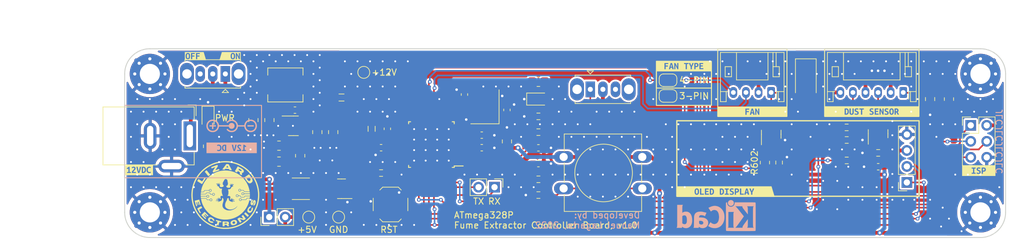
<source format=kicad_pcb>
(kicad_pcb (version 20211014) (generator pcbnew)
  (layers (0 "F.Cu" signal) (31 "B.Cu" power) (34 "B.Paste" user) (35 "F.Paste" user) (36 "B.SilkS" user "B.Silkscreen") (37 "F.SilkS" user "F.Silkscreen") (38 "B.Mask" user) (39 "F.Mask" user) (44 "Edge.Cuts" user))
  (net 0 "")
  (net 1 "/PowerSupply/BUCK_BST")
  (net 2 "/PowerSupply/BUCK_SW")
  (net 3 "/PowerSupply/BUCK_VIN")
  (net 4 "/MCU/MCU_AREF")
  (net 5 "/MCU/MCU_PB7_OSC2")
  (net 6 "/MCU/MCU_PB6_OSC1")
  (net 7 "/SensorDriver/SENSOR_V-LED")
  (net 8 "Net-(D201-Pad2)")
  (net 9 "Net-(D301-Pad2)")
  (net 10 "+12V")
  (net 11 "/FanDriver/FAN_GND")
  (net 12 "Net-(F201-Pad1)")
  (net 13 "Net-(F201-Pad2)")
  (net 14 "Net-(FB201-Pad1)")
  (net 15 "/MCU/MCU_PC4_SDA")
  (net 16 "/MCU/MCU_PC5_SCL")
  (net 17 "/MCU/MCU_PB4_MISO")
  (net 18 "/MCU/MCU_PB5_SCK")
  (net 19 "/MCU/MCU_PB3_MOSI")
  (net 20 "/MCU/MCU_PC6_RST")
  (net 21 "/SensorDriver/SENSOR_LED-GND")
  (net 22 "/SensorDriver/SENSOR_LED")
  (net 23 "/SensorDriver/SENSOR_S-GND")
  (net 24 "/SensorDriver/SENSOR_VOUT")
  (net 25 "/SensorDriver/SENSOR_VCC")
  (net 26 "/FanDriver/FAN_12V")
  (net 27 "/FanDriver/MCU_PB0_RPM")
  (net 28 "/FanDriver/FAN_PWM_4PIN")
  (net 29 "/FanDriver/MCU_PB1_PWM")
  (net 30 "/FanDriver/FAN_PWM_3PIN")
  (net 31 "Net-(Q501-Pad2)")
  (net 32 "Net-(Q601-Pad1)")
  (net 33 "/PowerSupply/BUCK_EN")
  (net 34 "/PowerSupply/BUCK_FB")
  (net 35 "Net-(R302-Pad1)")
  (net 36 "Net-(R401-Pad2)")
  (net 37 "/MCU/MCU_PC3_SVOUT")
  (net 46 "/MCU/MCU_PD0_RXD")
  (net 47 "GND")
  (net 48 "+5VA")
  (net 49 "+5V")
  (net 51 "Net-(R402-Pad2)")
  (net 53 "Net-(J201-Pad1)")
  (net 54 "/MCU/MCU_PD2_SLED")
  (net 55 "/Inputs/MCU_PD3_BT1")
  (net 56 "/Inputs/MCU_PD4_SW1")
  (net 57 "/MCU/MCU_PD1_TXD")
  (net 58 "/PowerSupply/BUCK_5V")
  (footprint "Resistor_SMD:R_0805_2012Metric_Pad1.20x1.40mm_HandSolder" (layer "F.Cu") (at 123.892 119.5 90)
    (fp_text reference "R201")
    (fp_text value "100k")
  )
  (footprint "Button_Switch_SMD:SW_SPST_TL3342" (layer "F.Cu") (at 138.25 127.25 180)
    (fp_text reference "SW301" hide)
    (fp_text value "SW_Push")
  )
  (footprint "Capacitor_SMD:C_0603_1608Metric_Pad1.08x0.95mm_HandSolder" (layer "F.Cu") (at 161.75 120.75)
    (fp_text reference "C401")
    (fp_text value "0.1uF")
  )
  (footprint "Connector_BarrelJack:BarrelJack_GCT_DCJ200-10-A_Horizontal" (layer "F.Cu") (at 106.35 116.35 -90)
    (fp_text reference "J201")
    (fp_text value "Barrel_Jack_MountingPin")
  )
  (footprint "Connector_PinHeader_2.54mm:PinHeader_1x02_P2.54mm_Vertical" (layer "F.Cu") (at 154.775 124.5 -90)
    (fp_text reference "J301")
    (fp_text value "PinHeader_2.54mm" hide)
  )
  (footprint "Connector_PinHeader_2.54mm:PinHeader_2x03_P2.54mm_Vertical" (layer "F.Cu") (at 230.46 114.67)
    (fp_text reference "J303")
    (fp_text value "AVR-ISP-6")
  )
  (footprint "Resistor_SMD:R_0603_1608Metric_Pad0.98x0.95mm_HandSolder" (layer "F.Cu") (at 161.75 123.25)
    (fp_text reference "R401")
    (fp_text value "470")
  )
  (footprint "Capacitor_SMD:C_0805_2012Metric_Pad1.18x1.45mm_HandSolder" (layer "F.Cu") (at 129.142 115.75 -90)
    (fp_text reference "C202")
    (fp_text value "0.1uF")
  )
  (footprint "LED_SMD:LED_0805_2012Metric_Pad1.15x1.40mm_HandSolder" (layer "F.Cu") (at 109.25 113.5 -90)
    (fp_text reference "D201")
    (fp_text value "Green")
  )
  (footprint "kibuzzard-63331553" (layer "F.Cu") (at 107.25 103.669946)
    (fp_text reference "kibuzzard-63331553" hide)
    (fp_text value "G***" hide)
  )
  (footprint "Capacitor_SMD:C_0603_1608Metric_Pad1.08x0.95mm_HandSolder" (layer "F.Cu") (at 152.75 116.225)
    (fp_text reference "C303")
    (fp_text value "0.1uF")
  )
  (footprint "Package_TO_SOT_SMD:SOT-23" (layer "F.Cu") (at 215.735 116 90)
    (fp_text reference "Q501")
    (fp_text value "SS8050")
  )
  (footprint "Fuse:Fuse_1812_4532Metric" (layer "F.Cu") (at 124 124.75)
    (fp_text reference "F201")
    (fp_text value "800mA")
  )
  (footprint "Resistor_SMD:R_0805_2012Metric_Pad1.20x1.40mm_HandSolder" (layer "F.Cu") (at 197.75 120.5875 90)
    (fp_text reference "R602")
    (fp_text value "150")
  )
  (footprint "Resistor_SMD:R_0805_2012Metric_Pad1.20x1.40mm_HandSolder" (layer "F.Cu") (at 120.524 120.44)
    (fp_text reference "R202")
    (fp_text value "105k")
  )
  (footprint "Resistor_SMD:R_0603_1608Metric_Pad0.98x0.95mm_HandSolder" (layer "F.Cu") (at 136.75 122.25)
    (fp_text reference "R301")
    (fp_text value "10k")
  )
  (footprint "LOGO" (layer "F.Cu") (at 112 125.75)
    (fp_text reference "G***" hide)
    (fp_text value "LOGO" hide)
  )
  (footprint "Package_TO_SOT_SMD:SOT-23" (layer "F.Cu") (at 130.46 124.75 180)
    (fp_text reference "Q201")
    (fp_text value "AO3401A")
  )
  (footprint "Inductor_SMD:L_0805_2012Metric_Pad1.05x1.20mm_HandSolder" (layer "F.Cu") (at 135.25 115.225 -90)
    (fp_text reference "L301")
    (fp_text value "10uH")
  )
  (footprint "Package_TO_SOT_SMD:SOT-23" (layer "F.Cu") (at 198.75 116.0875 90)
    (fp_text reference "Q601")
    (fp_text value "AO3400A")
  )
  (footprint "Capacitor_SMD:C_0603_1608Metric_Pad1.08x0.95mm_HandSolder" (layer "F.Cu") (at 123.064 112.25)
    (fp_text reference "C201")
    (fp_text value "0.1uF")
  )
  (footprint "MountingHole:MountingHole_3.2mm_M3_Pad_Via" (layer "F.Cu") (at 232 128.5)
    (fp_text reference "H704" hide)
    (fp_text value "MountingHole_Pad")
  )
  (footprint "Capacitor_SMD:C_0603_1608Metric_Pad1.08x0.95mm_HandSolder" (layer "F.Cu") (at 152.75 118.225)
    (fp_text reference "C302")
    (fp_text value "0.1uF")
  )
  (footprint "LED_SMD:LED_0805_2012Metric_Pad1.15x1.40mm_HandSolder" (layer "F.Cu") (at 161.75 110.5)
    (fp_text reference "D301")
    (fp_text value "Orange")
  )
  (footprint "Capacitor_SMD:C_0805_2012Metric_Pad1.18x1.45mm_HandSolder" (layer "F.Cu") (at 126.616 115.75 -90)
    (fp_text reference "C203")
    (fp_text value "22uF")
  )
  (footprint "Jumper:SolderJumper-2_P1.3mm_Open_RoundedPad1.0x1.5mm" (layer "F.Cu") (at 182.35 107.5)
    (fp_text reference "JP602")
    (fp_text value "Jumper 4-Pin Fan")
  )
  (footprint "Capacitor_SMD:C_0805_2012Metric_Pad1.18x1.45mm_HandSolder" (layer "F.Cu") (at 156.75 117.225 90)
    (fp_text reference "C301")
    (fp_text value "4.7uF")
  )
  (footprint "kibuzzard-633311A9" (layer "F.Cu") (at 184.875 105.252617)
    (fp_text reference "kibuzzard-633311A9" hide)
    (fp_text value "G***" hide)
  )
  (footprint "Capacitor_SMD:C_0603_1608Metric_Pad1.08x0.95mm_HandSolder" (layer "F.Cu") (at 136.75 118.225 180)
    (fp_text reference "C304")
    (fp_text value "0.1uF")
  )
  (footprint "Capacitor_SMD:C_0603_1608Metric_Pad1.08x0.95mm_HandSolder" (layer "F.Cu") (at 137.75 115.225 90)
    (fp_text reference "C307")
    (fp_text value "0.1uF")
  )
  (footprint "Capacitor_SMD:C_0603_1608Metric_Pad1.08x0.95mm_HandSolder" (layer "F.Cu") (at 215.75 121.25 180)
    (fp_text reference "C308")
    (fp_text value "0.1uF")
  )
  (footprint "Resistor_SMD:R_0805_2012Metric_Pad1.20x1.40mm_HandSolder" (layer "F.Cu") (at 161.75 107.75)
    (fp_text reference "R302")
    (fp_text value "1k")
  )
  (footprint "Jumper:SolderJumper-2_P1.3mm_Open_RoundedPad1.0x1.5mm" (layer "F.Cu") (at 182.35 110)
    (fp_text reference "JP601")
    (fp_text value "Jumper Fan Driver")
  )
  (footprint "Inductor_SMD:L_0805_2012Metric_Pad1.05x1.20mm_HandSolder" (layer "F.Cu") (at 130.46 110.25 180)
    (fp_text reference "FB201")
    (fp_text value "120 @ 100MHz")
  )
  (footprint "kibuzzard-63331390" (layer "F.Cu") (at 98.25 121.75)
    (fp_text reference "kibuzzard-63331390" hide)
    (fp_text value "G***" hide)
  )
  (footprint "Capacitor_SMD:C_0805_2012Metric_Pad1.18x1.45mm_HandSolder" (layer "F.Cu") (at 119 113.836 -90)
    (fp_text reference "C204")
    (fp_text value "22uF")
  )
  (footprint "Capacitor_SMD:C_0603_1608Metric_Pad1.08x0.95mm_HandSolder" (layer "F.Cu") (at 156.75 112.225 90)
    (fp_text reference "C306")
    (fp_text value "12pF")
  )
  (footprint "MountingHole:MountingHole_3.2mm_M3_Pad_Via" (layer "F.Cu") (at 100 128.5)
    (fp_text reference "H702" hide)
    (fp_text value "MountingHole_Pad")
  )
  (footprint "Capacitor_SMD:C_0603_1608Metric_Pad1.08x0.95mm_HandSolder" (layer "F.Cu") (at 150 109.775 90)
    (fp_text reference "C305")
    (fp_text value "12pF")
  )
  (footprint "Diode_SMD:D_SMA" (layer "F.Cu") (at 204.25 107.5 -90)
    (fp_text reference "D601")
    (fp_text value "SS14")
  )
  (footprint "MountingHole:MountingHole_3.2mm_M3_Pad_Via" (layer "F.Cu") (at 100 106.5)
    (fp_text reference "H701" hide)
    (fp_text value "MountingHole_Pad")
  )
  (footprint "Resistor_SMD:R_0805_2012Metric_Pad1.20x1.40mm_HandSolder" (layer "F.Cu") (at 109.25 118 90)
    (fp_text reference "R204")
    (fp_text value "1k")
  )
  (footprint "Resistor_SMD:R_0603_1608Metric_Pad0.98x0.95mm_HandSolder" (layer "F.Cu") (at 210.735 115)
    (fp_text reference "R504")
    (fp_text value "10k")
  )
  (footprint "Capacitor_SMD:C_0603_1608Metric_Pad1.08x0.95mm_HandSolder" (layer "F.Cu") (at 161.75 118.25)
    (fp_text reference "C402")
    (fp_text value "0.1uF")
  )
  (footprint "Package_QFP:TQFP-32_7x7mm_P0.8mm" (layer "F.Cu") (at 144.75 117.725 180)
    (fp_text reference "U301")
    (fp_text value "ATmega328P-A")
  )
  (footprint "Resistor_SMD:R_0603_1608Metric_Pad0.98x0.95mm_HandSolder" (layer "F.Cu") (at 161.75 125.75)
    (fp_text reference "R403")
    (fp_text value "10k")
  )
  (footprint "Button_Switch_THT:SW_PUSH-12mm" (layer "F.Cu") (at 165.76 119.698332)
    (fp_text reference "SW401")
    (fp_text value "SW_Push")
  )
  (footprint "Resistor_SMD:R_0805_2012Metric_Pad1.20x1.40mm_HandSolder" (layer "F.Cu") (at 227 110.5 90)
    (fp_text reference "R503")
    (fp_text value "150")
  )
  (footprint "Resistor_SMD:R_0603_1608Metric_Pad0.98x0.95mm_HandSolder" (layer "F.Cu") (at 200 120.5875 90)
    (fp_text reference "R601")
    (fp_text value "10k")
  )
  (footprint "Crystal:Crystal_SMD_3225-4Pin_3.2x2.5mm_HandSoldering" (layer "F.Cu") (at 153.25 111.725 90)
    (fp_text reference "Y301")
    (fp_text value "16MHz")
  )
  (footprint "Connector_PinHeader_2.54mm:PinHeader_1x02_P2.54mm_Vertical" (layer "F.Cu") (at 118.975 129.25 90)
    (fp_text reference "JP201")
    (fp_text value "Jumper 5V" hide)
  )
  (footprint "kibuzzard-63330DD6" (layer "F.Cu") (at 191.555 125.201508)
    (fp_text reference "kibuzzard-63330DD6" hide)
    (fp_text value "G***" hide)
  )
  (footprint "kibuzzard-63330C57" (layer "F.Cu") (at 195.75 112.50294)
    (fp_text reference "kibuzzard-63330C57" hide)
    (fp_text value "G***" hide)
  )
  (footprint "Connector_JST:JST_PH_S6B-PH-K_1x06_P2.00mm_Horizontal" (layer "F.Cu") (at 219.735 109.45 180)
    (fp_text reference "J501")
    (fp_text value "JST-PH-6-F")
  )
  (footprint "Resistor_SMD:R_0603_1608Metric_Pad0.98x0.95mm_HandSolder" (layer "F.Cu") (at 161.75 115.75)
    (fp_text reference "R402")
    (fp_text value "470")
  )
  (footprint "Resistor_SMD:R_0603_1608Metric_Pad0.98x0.95mm_HandSolder" (layer "F.Cu") (at 215.75 119.055)
    (fp_text reference "R502")
    (fp_text value "47k")
  )
  (footprint "kibuzzard-63330D54" (layer "F.Cu") (at 214.735 112.481508)
    (fp_text reference "kibuzzard-63330D54" hide)
    (fp_text value "G***" hide)
  )
  (footprint "Resistor_SMD:R_0805_2012Metric_Pad1.20x1.40mm_HandSolder" (layer "F.Cu") (at 120.524 117.9 180)
    (fp_text reference "R203")
    (fp_text value "20k")
  )
  (footprint "Capacitor_SMD:C_0805_2012Metric_Pad1.18x1.45mm_HandSolder" (layer "F.Cu") (at 116.46 113.836 -90)
    (fp_text reference "C205")
    (fp_text value "22uF")
  )
  (footprint "Resistor_SMD:R_0603_1608Metric_Pad0.98x0.95mm_HandSolder" (layer "F.Cu") (at 210.75 117 180)
    (fp_text reference "R505")
    (fp_text value "1k")
  )
  (footprint "NetTie:NetTie-2_SMD_Pad0.5mm" (layer "F.Cu") (at 195.235 105.445 180)
    (fp_text reference "NT601" hide)
    (fp_text value "NetTie_2")
  )
  (footprint "TestPoint:TestPoint_Pad_D1.5mm" (layer "F.Cu") (at 130 129.25)
    (fp_text reference "TP203")
    (fp_text value "GND_TP")
  )
  (footprint "Capacitor_SMD:C_0805_2012Metric_Pad1.18x1.45mm_HandSolder" (layer "F.Cu") (at 224 110.5 -90)
    (fp_text reference "C501")
    (fp_text value "22uF")
  )
  (footprint "kibuzzard-6333156D" (layer "F.Cu") (at 112.75 103.669946)
    (fp_text reference "kibuzzard-6333156D" hide)
    (fp_text value "G***" hide)
  )
  (footprint "Resistor_SMD:R_0603_1608Metric_Pad0.98x0.95mm_HandSolder" (layer "F.Cu") (at 161.75 113.25)
    (fp_text reference "R404")
    (fp_text value "10k")
  )
  (footprint "kibuzzard-63330FE0" (layer "F.Cu") (at 231.735 121.875)
    (fp_text reference "kibuzzard-63330FE0" hide)
    (fp_text value "G***" hide)
  )
  (footprint "Button_Switch_THT:SW_Slide_1P2T_CK_OS102011MS2Q" (layer "F.Cu") (at 112 106.5 180)
    (fp_text reference "SW201")
    (fp_text value "SW_SPDT")
  )
  (footprint "Button_Switch_THT:SW_Slide_1P2T_CK_OS102011MS2Q" (layer "F.Cu") (at 170 108.951666)
    (fp_text reference "SW402")
    (fp_text value "SW_SPDT")
  )
  (footprint "Resistor_SMD:R_0603_1608Metric_Pad0.98x0.95mm_HandSolder" (layer "F.Cu") (at 210.75 120.25)
    (fp_text reference "R501")
    (fp_text value "10k")
  )
  (footprint "NetTie:NetTie-2_SMD_Pad0.5mm" (layer "F.Cu") (at 129.21 112.5 -90)
    (fp_text reference "NT201" hide)
    (fp_text value "NetTie_2")
  )
  (footprint "Connector_PinSocket_2.54mm:PinSocket_1x04_P2.54mm_Vertical" (layer "F.Cu") (at 220.305 123.745 180)
    (fp_text reference "J302" hide)
    (fp_text value "PinHeader_2.54mm")
  )
  (footprint "NetTie:NetTie-2_SMD_Pad0.5mm" (layer "F.Cu") (at 206.75 111.25 -90)
    (fp_text reference "NT501" hide)
    (fp_text value "NetTie_2")
  )
  (footprint "Connector_JST:JST_PH_S4B-PH-K_1x04_P2.00mm_Horizontal" (layer "F.Cu") (at 198.735 109.45 180)
    (fp_text reference "J601")
    (fp_text value "JST-PH-4-F")
  )
  (footprint "NetTie:NetTie-3_SMD_Pad0.5mm" (layer "F.Cu") (at 215.735 106.945)
    (fp_text reference "NT502" hide)
    (fp_text value "NetTie_3_Tee")
  )
  (footprint "Inductor_SMD:L_Sunlord_MWSA0518_5.4x5.2mm" (layer "F.Cu") (at 121.54 108.248 180)
    (fp_text reference "L201")
    (fp_text value "10uH")
  )
  (footprint "MountingHole:MountingHole_3.2mm_M3_Pad_Via" (layer "F.Cu") (at 232 106.5)
    (fp_text reference "H703" hide)
    (fp_text value "MountingHole_Pad")
  )
  (footprint "Package_TO_SOT_SMD:SOT-23-6" (layer "F.Cu") (at 122.81 114.75)
    (fp_text reference "U201")
    (fp_text value "TP6841S6-A")
  )
  (footprint "TestPoint:TestPoint_Pad_D1.5mm" (layer "F.Cu") (at 134 106.25)
    (fp_text reference "TP201")
    (fp_text value "12V_TP")
  )
  (footprint "TestPoint:TestPoint_Pad_D1.5mm" (layer "F.Cu") (at 125.25 129.25)
    (fp_text reference "TP202")
    (fp_text value "5V_TP")
  )
  (footprint "LOGO" (layer "B.Cu") (at 113 114.75 180)
    (fp_text reference "G***" hide)
    (fp_text value "LOGO" hide)
  )
  (footprint "Symbol:KiCad-Logo_5mm_SilkScreen" (layer "B.Cu") (at 190 129.525952 180)
    (fp_text reference "REF**" hide)
    (fp_text value "KiCad-Logo_5mm_SilkScreen" hide)
  )
  (footprint "kibuzzard-6334A8D3" (layer "B.Cu") (at 113 118.25 180)
    (fp_text reference "kibuzzard-6334A8D3" hide)
    (fp_text value "G***" hide)
  )
  (gr_rect (start 96 111.5) (end 117.75 123) (layer "B.SilkS") (width 0.15) (fill none))
  (gr_rect (start 183.75 113.945) (end 222.25 125.945) (layer "F.SilkS") (width 0.2) (fill none))
  (gr_rect (start 180.5 111.5) (end 189.25 104.5) (layer "F.SilkS") (width 0.15) (fill none))
  (gr_rect (start 207.235 113.25) (end 222.235 102.5) (layer "F.SilkS") (width 0.15) (fill none))
  (gr_rect (start 180.5 106) (end 189.25 108.75) (layer "F.SilkS") (width 0.15) (fill none))
  (gr_rect (start 190.25 113.25) (end 201.25 102.5) (layer "F.SilkS") (width 0.15) (fill none))
  (gr_arc locked (start 100 132.5) (mid 97.171573 131.328427) (end 96 128.5) (layer "Edge.Cuts") (width 0.15))
  (gr_arc locked (start 232 102.5) (mid 234.828427 103.671573) (end 236 106.5) (layer "Edge.Cuts") (width 0.15))
  (gr_arc locked (start 236 128.5) (mid 234.828427 131.328427) (end 232 132.5) (layer "Edge.Cuts") (width 0.15))
  (gr_line locked (start 236 128.5) (end 236 106.5) (layer "Edge.Cuts") (width 0.15))
  (gr_line locked (start 96 128.5) (end 96 106.5) (layer "Edge.Cuts") (width 0.15))
  (gr_line locked (start 100 102.5) (end 232 102.5) (layer "Edge.Cuts") (width 0.15))
  (gr_arc locked (start 96 106.5) (mid 97.171573 103.671573) (end 100 102.5) (layer "Edge.Cuts") (width 0.15))
  (gr_line locked (start 100 132.5) (end 232 132.5) (layer "Edge.Cuts") (width 0.15))
  (gr_text "Developed by: \nManuel Lagarto, 2022" (at 178 129.75) (layer "B.SilkS") (effects (font (size 1 1)) (justify left mirror)))
  (gr_text "JLCJLCJLCJLC" (at 235 117.25 90) (layer "B.SilkS") (effects (font (size 1 1)) (justify mirror)))
  (gr_text "PWR" (at 110.25 113.5) (layer "F.SilkS") (effects (font (size 1 1)) (justify left)))
  (gr_text "RX" (at 154.75 126.75) (layer "F.SilkS") (effects (font (size 1 1))))
  (gr_text "RST" (at 138 131.25) (layer "F.SilkS") (effects (font (size 1 1))))
  (gr_text "+12V" (at 137.25 106.25) (layer "F.SilkS") (effects (font (size 1 1))))
  (gr_text "ATmega328P\nFume Extractor Controller Board, v1.0" (at 148.25 129.75) (layer "F.SilkS") (effects (font (size 1 1)) (justify left)))
  (gr_text "+5V" (at 125 131.25) (layer "F.SilkS") (effects (font (size 1 1))))
  (gr_text "4-PIN" (at 186.5 107.5) (layer "F.SilkS") (effects (font (size 1 1))))
  (gr_text "3-PIN" (at 186.5 110) (layer "F.SilkS") (effects (font (size 1 1))))
  (gr_text "GND" (at 130 131.25) (layer "F.SilkS") (effects (font (size 1 1))))
  (gr_text "TX" (at 152.25 126.75) (layer "F.SilkS") (effects (font (size 1 1))))
  (segment (start 121.642 112.5) (end 121.642 113.7695) (width 0.6) (layer "F.Cu") (net 1))
  (segment (start 121.892 112.25) (end 121.642 112.5) (width 0.6) (layer "F.Cu") (net 1))
  (segment (start 122.2015 112.25) (end 121.892 112.25) (width 0.6) (layer "F.Cu") (net 1))
  (segment (start 121.642 113.7695) (end 121.6725 113.8) (width 0.6) (layer "F.Cu") (net 1))
  (segment (start 129.21 114.6445) (end 129.142 114.7125) (width 0.6) (layer "F.Cu") (net 3))
  (segment (start 123.9475 114.75) (end 128.8545 114.75) (width 0.6) (layer "F.Cu") (net 3))
  (segment (start 124.75 120.5) (end 125.252747 119.997253) (width 0.3) (layer "F.Cu") (net 3))
  (segment (start 129.21 113) (end 129.21 114.6445) (width 0.6) (layer "F.Cu") (net 3))
  (segment (start 124.642 114.75) (end 123.9475 114.75) (width 0.3) (layer "F.Cu") (net 3))
  (segment (start 125.252747 115.360747) (end 124.642 114.75) (width 0.3) (layer "F.Cu") (net 3))
  (segment (start 129.1045 114.75) (end 129.142 114.7125) (width 0.6) (layer "F.Cu") (net 3))
  (segment (start 123.892 120.5) (end 124.75 120.5) (width 0.3) (layer "F.Cu") (net 3))
  (segment (start 125.252747 119.997253) (end 125.252747 115.360747) (width 0.3) (layer "F.Cu") (net 3))
  (segment (start 138.5125 117.325) (end 137.6125 118.225) (width 0.3) (layer "F.Cu") (net 4))
  (segment (start 140.5 117.325) (end 138.5125 117.325) (width 0.3) (layer "F.Cu") (net 4))
  (segment (start 151.5 111.725) (end 150.775 111.725) (width 0.3) (layer "F.Cu") (net 5))
  (segment (start 151.7375 110.6375) (end 152.1 110.275) (width 0.25) (layer "F.Cu") (net 5))
  (segment (start 150 110.6375) (end 151.7375 110.6375) (width 0.25) (layer "F.Cu") (net 5))
  (segment (start 152.1 111.125) (end 151.5 111.725) (width 0.3) (layer "F.Cu") (net 5))
  (segment (start 152.1 110.275) (end 152.1 111.125) (width 0.3) (layer "F.Cu") (net 5))
  (segment (start 150.775 111.725) (end 149 113.5) (width 0.3) (layer "F.Cu") (net 5))
  (segment (start 149 113.5) (end 149 114.925) (width 0.3) (layer "F.Cu") (net 5))
  (segment (start 151 114.975) (end 153.51 114.975) (width 0.3) (layer "F.Cu") (net 6))
  (segment (start 153.51 114.975) (end 154.4 114.085) (width 0.3) (layer "F.Cu") (net 6))
  (segment (start 154.4 114.085) (end 154.4 113.175) (width 0.3) (layer "F.Cu") (net 6))
  (segment (start 149 115.725) (end 150.25 115.725) (width 0.3) (layer "F.Cu") (net 6))
  (segment (start 156.75 113.0875) (end 154.4875 113.0875) (width 0.3) (layer "F.Cu") (net 6))
  (segment (start 150.25 115.725) (end 151 114.975) (width 0.3) (layer "F.Cu") (net 6))
  (segment (start 154.4875 113.0875) (end 154.4 113.175) (width 0.3) (layer "F.Cu") (net 6))
  (segment (start 224.0375 109.5) (end 224 109.4625) (width 0.25) (layer "F.Cu") (net 7))
  (segment (start 227 109.5) (end 224.0375 109.5) (width 0.25) (layer "F.Cu") (net 7))
  (segment (start 224 109.4625) (end 223.9625 109.5) (width 0.25) (layer "F.Cu") (net 7))
  (segment (start 219.785 109.5) (end 219.735 109.45) (width 0.25) (layer "F.Cu") (net 7))
  (segment (start 223.9625 109.5) (end 219.785 109.5) (width 0.25) (layer "F.Cu") (net 7))
  (segment (start 109.25 117) (end 109.25 114.525) (width 0.6) (layer "F.Cu") (net 8))
  (segment (start 162.75 110.475) (end 162.775 110.5) (width 0.25) (layer "F.Cu") (net 9))
  (segment (start 162.75 107.75) (end 162.75 110.475) (width 0.25) (layer "F.Cu") (net 9))
  (segment (start 194.735 105.445) (end 193.985 105.445) (width 0.6) (layer "F.Cu") (net 10))
  (segment (start 202 103.25) (end 204.25 105.5) (width 0.6) (layer "F.Cu") (net 10))
  (segment (start 129.21 112) (end 129.21 110.35) (width 0.6) (layer "F.Cu") (net 10))
  (segment (start 191.79 103.25) (end 133 103.25) (width 0.6) (layer "F.Cu") (net 10))
  (segment (start 129.25 110.19) (end 129.31 110.25) (width 0.6) (layer "F.Cu") (net 10))
  (segment (start 130.75 103.25) (end 129.25 104.75) (width 0.6) (layer "F.Cu") (net 10))
  (segment (start 193.985 105.445) (end 191.79 103.25) (width 0.6) (layer "F.Cu") (net 10))
  (segment (start 129.21 110.35) (end 129.31 110.25) (width 0.6) (layer "F.Cu") (net 10))
  (segment (start 133 103.25) (end 130.75 103.25) (width 0.6) (layer "F.Cu") (net 10))
  (segment (start 133 103.25) (end 134 104.25) (width 0.6) (layer "F.Cu") (net 10))
  (segment (start 134 104.25) (end 134 106.25) (width 0.6) (layer "F.Cu") (net 10))
  (segment (start 129.25 104.75) (end 129.25 110.19) (width 0.6) (layer "F.Cu") (net 10))
  (segment (start 191.75 103.25) (end 202 103.25) (width 0.6) (layer "F.Cu") (net 10))
  (segment (start 198.785 109.5) (end 198.735 109.45) (width 0.25) (layer "F.Cu") (net 11))
  (segment (start 198.75 109.465) (end 198.735 109.45) (width 0.25) (layer "F.Cu") (net 11))
  (segment (start 198.75 115.15) (end 198.75 109.465) (width 0.25) (layer "F.Cu") (net 11))
  (segment (start 204.25 109.5) (end 198.785 109.5) (width 0.25) (layer "F.Cu") (net 11))
  (segment (start 112 123.25) (end 113.5 124.75) (width 0.6) (layer "F.Cu") (net 12))
  (segment (start 112 106.5) (end 112 123.25) (width 0.6) (layer "F.Cu") (net 12))
  (segment (start 113.5 124.75) (end 121.8625 124.75) (width 0.6) (layer "F.Cu") (net 12))
  (segment (start 126.1375 124.75) (end 129.5225 124.75) (width 0.6) (layer "F.Cu") (net 13))
  (segment (start 131.3975 123.8) (end 131.3975 110.4625) (width 0.6) (layer "F.Cu") (net 14))
  (segment (start 131.3975 110.4625) (end 131.61 110.25) (width 0.6) (layer "F.Cu") (net 14))
  (segment (start 143.55 121.975) (end 143.55 128.8) (width 0.25) (layer "F.Cu") (net 15))
  (segment (start 222.995 123.745) (end 220.305 123.745) (width 0.25) (layer "F.Cu") (net 15))
  (segment (start 223 123.75) (end 222.995 123.745) (width 0.25) (layer "F.Cu") (net 15))
  (segment (start 144.25 129.5) (end 222 129.5) (width 0.25) (layer "F.Cu") (net 15))
  (segment (start 143.55 128.8) (end 144.25 129.5) (width 0.25) (layer "F.Cu") (net 15))
  (via (at 222.002825 129.508475) (size 0.6) (drill 0.3) (layers "F.Cu" "B.Cu") (net 15))
  (via (at 223 123.75) (size 0.6) (drill 0.3) (layers "F.Cu" "B.Cu") (net 15))
  (segment (start 223 128.5) (end 223 123.75) (width 0.25) (layer "B.Cu") (net 15))
  (segment (start 222 129.5) (end 223 128.5) (width 0.25) (layer "B.Cu") (net 15))
  (segment (start 144.75 128.75) (end 144.35 128.35) (width 0.25) (layer "F.Cu") (net 16))
  (segment (start 221.75 128.75) (end 144.75 128.75) (width 0.25) (layer "F.Cu") (net 16))
  (segment (start 144.35 128.35) (end 144.35 121.975) (width 0.25) (layer "F.Cu") (net 16))
  (via (at 221.75 128.75) (size 0.6) (drill 0.3) (layers "F.Cu" "B.Cu") (net 16))
  (segment (start 221.75 128.75) (end 222.25 128.25) (width 0.25) (layer "B.Cu") (net 16))
  (segment (start 221.455 121.205) (end 220.305 121.205) (width 0.25) (layer "B.Cu") (net 16))
  (segment (start 222.25 128.25) (end 222.25 122) (width 0.25) (layer "B.Cu") (net 16))
  (segment (start 222.25 122) (end 221.455 121.205) (width 0.25) (layer "B.Cu") (net 16))
  (segment (start 141.95 113.475) (end 141.95 106.8) (width 0.25) (layer "F.Cu") (net 17))
  (segment (start 228.75 116.38) (end 230.46 114.67) (width 0.25) (layer "F.Cu") (net 17))
  (segment (start 228.25 118) (end 228.75 117.5) (width 0.25) (layer "F.Cu") (net 17))
  (segment (start 208.5 125.25) (end 210.5 127.25) (width 0.25) (layer "F.Cu") (net 17))
  (segment (start 225.25 126.5) (end 225.25 119.238604) (width 0.25) (layer "F.Cu") (net 17))
  (segment (start 143.75 105) (end 186.875 105) (width 0.25) (layer "F.Cu") (net 17))
  (segment (start 187.5 124.75) (end 188 125.25) (width 0.25) (layer "F.Cu") (net 17))
  (segment (start 226.488604 118) (end 228.25 118) (width 0.25) (layer "F.Cu") (net 17))
  (segment (start 141.95 106.8) (end 143.75 105) (width 0.25) (layer "F.Cu") (net 17))
  (segment (start 186.875 105) (end 187.5 105.625) (width 0.25) (layer "F.Cu") (net 17))
  (segment (start 224.5 127.25) (end 225.25 126.5) (width 0.25) (layer "F.Cu") (net 17))
  (segment (start 210.5 127.25) (end 224.5 127.25) (width 0.25) (layer "F.Cu") (net 17))
  (segment (start 187.5 105.625) (end 187.5 124.75) (width 0.25) (layer "F.Cu") (net 17))
  (segment (start 225.25 119.238604) (end 226.488604 118) (width 0.25) (layer "F.Cu") (net 17))
  (segment (start 188 125.25) (end 208.5 125.25) (width 0.25) (layer "F.Cu") (net 17))
  (segment (start 228.75 117.5) (end 228.75 116.38) (width 0.25) (layer "F.Cu") (net 17))
  (segment (start 188.75 105.75) (end 188.75 123.75) (width 0.25) (layer "F.Cu") (net 18))
  (segment (start 189.25 124.25) (end 209 124.25) (width 0.25) (layer "F.Cu") (net 18))
  (segment (start 142.5 104.25) (end 187.25 104.25) (width 0.25) (layer "F.Cu") (net 18))
  (segment (start 223.625 125.875) (end 224.25 125.25) (width 0.25) (layer "F.Cu") (net 18))
  (segment (start 225.75 117.25) (end 226.75 117.25) (width 0.25) (layer "F.Cu") (net 18))
  (segment (start 224.25 118.75) (end 225.75 117.25) (width 0.25) (layer "F.Cu") (net 18))
  (segment (start 210.625 125.875) (end 223.625 125.875) (width 0.25) (layer "F.Cu") (net 18))
  (segment (start 188.75 123.75) (end 189.25 124.25) (width 0.25) (layer "F.Cu") (net 18))
  (segment (start 140.5 106.25) (end 142.5 104.25) (width 0.25) (layer "F.Cu") (net 18))
  (segment (start 209 124.25) (end 210.625 125.875) (width 0.25) (layer "F.Cu") (net 18))
  (segment (start 140.5 114.925) (end 140.5 106.25) (width 0.25) (layer "F.Cu") (net 18))
  (segment (start 224.25 125.25) (end 224.25 118.75) (width 0.25) (layer "F.Cu") (net 18))
  (segment (start 187.25 104.25) (end 188.75 105.75) (width 0.25) (layer "F.Cu") (net 18))
  (via (at 226.75 117.25) (size 0.6) (drill 0.3) (layers "F.Cu" "B.Cu") (net 18))
  (segment (start 226.75 117.25) (end 226.79 117.21) (width 0.25) (layer "B.Cu") (net 18))
  (segment (start 226.79 117.21) (end 230.46 117.21) (width 0.25) (layer "B.Cu") (net 18))
  (segment (start 225.75 126.75) (end 225.75 119.375) (width 0.25) (layer "F.Cu") (net 19))
  (segment (start 231.75 118.46) (end 233 117.21) (width 0.25) (layer "F.Cu") (net 19))
  (segment (start 187 105.875) (end 187 125) (width 0.25) (layer "F.Cu") (net 19))
  (segment (start 186.625 105.5) (end 187 105.875) (width 0.25) (layer "F.Cu") (net 19))
  (segment (start 142.75 113.475) (end 142.75 107.025) (width 0.25) (layer "F.Cu") (net 19))
  (segment (start 210.25 127.75) (end 224.75 127.75) (width 0.25) (layer "F.Cu") (net 19))
  (segment (start 187.75 125.75) (end 208.25 125.75) (width 0.25) (layer "F.Cu") (net 19))
  (segment (start 231.75 118.5) (end 231.75 118.46) (width 0.25) (layer "F.Cu") (net 19))
  (segment (start 208.25 125.75) (end 210.25 127.75) (width 0.25) (layer "F.Cu") (net 19))
  (segment (start 224.75 127.75) (end 225.75 126.75) (width 0.25) (layer "F.Cu") (net 19))
  (segment (start 225.75 119.375) (end 226.625 118.5) (width 0.25) (layer "F.Cu") (net 19))
  (segment (start 142.75 107) (end 144.25 105.5) (width 0.25) (layer "F.Cu") (net 19))
  (segment (start 144.25 105.5) (end 186.625 105.5) (width 0.25) (layer "F.Cu") (net 19))
  (segment (start 187 125) (end 187.75 125.75) (width 0.25) (layer "F.Cu") (net 19))
  (segment (start 226.625 118.5) (end 231.75 118.5) (width 0.25) (layer "F.Cu") (net 19))
  (segment (start 137.6625 122.25) (end 137.6625 126.9125) (width 0.25) (layer "F.Cu") (net 20))
  (segment (start 141.4 128.15) (end 141.4 129.15) (width 0.25) (layer "F.Cu") (net 20))
  (segment (start 141.3 129.25) (end 135.2 129.25) (width 0.25) (layer "F.Cu") (net 20))
  (segment (start 140.75 127.5) (end 141.4 128.15) (width 0.25) (layer "F.Cu") (net 20))
  (segment (start 137.6625 126.9125) (end 138.25 127.5) (width 0.25) (layer "F.Cu") (net 20))
  (segment (start 141.5 129.25) (end 141.4 129.15) (width 0.25) (layer "F.Cu") (net 20))
  (segment (start 226.75 120.5) (end 227.5 119.75) (width 0.25) (layer "F.Cu") (net 20))
  (segment (start 227.5 119.75) (end 230.46 119.75) (width 0.25) (layer "F.Cu") (net 20))
  (segment (start 144 130.5) (end 142.75 129.25) (width 0.25) (layer "F.Cu") (net 20))
  (segment (start 145.25 130.5) (end 224.985 130.5) (width 0.25) (layer "F.Cu") (net 20))
  (segment (start 226.75 128.735) (end 226.75 120.5) (width 0.25) (layer "F.Cu") (net 20))
  (segment (start 224.985 130.5) (end 226.75 128.735) (width 0.25) (layer "F.Cu") (net 20))
  (segment (start 138.25 127.5) (end 140.75 127.5) (width 0.25) (layer "F.Cu") (net 20))
  (segment (start 135.2 129.25) (end 135.1 129.15) (width 0.25) (layer "F.Cu") (net 20))
  (segment (start 141.4 129.15) (end 141.3 129.25) (width 0.25) (layer "F.Cu") (net 20))
  (segment (start 142.75 129.25) (end 141.5 129.25) (width 0.25) (layer "F.Cu") (net 20))
  (segment (start 145.25 130.5) (end 144 130.5) (width 0.25) (layer "F.Cu") (net 20))
  (segment (start 145.15 127.9) (end 145.15 121.975) (width 0.25) (layer "F.Cu") (net 20))
  (segment (start 145.25 128) (end 145.15 127.9) (width 0.25) (layer "F.Cu") (net 20))
  (via (at 145.25 128) (size 0.6) (drill 0.3) (layers "F.Cu" "B.Cu") (net 20))
  (via (at 145.25 130.5) (size 0.6) (drill 0.3) (layers "F.Cu" "B.Cu") (net 20))
  (segment (start 145.25 128) (end 145.25 130.5) (width 0.25) (layer "B.Cu") (net 20))
  (segment (start 217.07 106.945) (end 216.735 106.945) (width 0.6) (layer "F.Cu") (net 21))
  (segment (start 217.735 109.45) (end 217.735 107.61) (width 0.6) (layer "F.Cu") (net 21))
  (segment (start 217.735 107.61) (end 217.07 106.945) (width 0.6) (layer "F.Cu") (net 21))
  (segment (start 215.735 109.45) (end 215.735 115.0625) (width 0.25) (layer "F.Cu") (net 22))
  (segment (start 213.735 109.45) (end 213.735 107.605) (width 0.6) (layer "F.Cu") (net 23))
  (segment (start 214.395 106.945) (end 214.735 106.945) (width 0.6) (layer "F.Cu") (net 23))
  (segment (start 213.735 107.605) (end 214.395 106.945) (width 0.6) (layer "F.Cu") (net 23))
  (segment (start 211.735 109.45) (end 211.735 114.9125) (width 0.25) (layer "F.Cu") (net 24))
  (segment (start 211.735 114.9125) (end 211.6475 115) (width 0.25) (layer "F.Cu") (net 24))
  (segment (start 207.675 109.45) (end 206.75 110.375) (width 0.6) (layer "F.Cu") (net 25))
  (segment (start 209.735 109.45) (end 207.675 109.45) (width 0.6) (layer "F.Cu") (net 25))
  (segment (start 206.75 110.375) (end 206.75 110.75) (width 0.6) (layer "F.Cu") (net 25))
  (segment (start 196.735 106.445) (end 195.735 105.445) (width 0.6) (layer "F.Cu") (net 26))
  (segment (start 196.735 109.45) (end 196.735 106.445) (width 0.6) (layer "F.Cu") (net 26))
  (segment (start 145.15 108.85) (end 145.15 113.475) (width 0.25) (layer "F.Cu") (net 27))
  (segment (start 145.25 108.75) (end 145.15 108.85) (width 0.25) (layer "F.Cu") (net 27))
  (via (at 145.25 108.75) (size 0.6) (drill 0.3) (layers "F.Cu" "B.Cu") (net 27))
  (segment (start 178.125 106.75) (end 178.375 107) (width 0.25) (layer "B.Cu") (net 27))
  (segment (start 194.735 111) (end 194.735 109.45) (width 0.25) (layer "B.Cu") (net 27))
  (segment (start 193.735 112) (end 194.735 111) (width 0.25) (layer "B.Cu") (net 27))
  (segment (start 178.375 111.25) (end 179.125 112) (width 0.25) (layer "B.Cu") (net 27))
  (segment (start 179.125 112) (end 193.735 112) (width 0.25) (layer "B.Cu") (net 27))
  (segment (start 145.25 107.25) (end 145.75 106.75) (width 0.25) (layer "B.Cu") (net 27))
  (segment (start 145.75 106.75) (end 178.125 106.75) (width 0.25) (layer "B.Cu") (net 27))
  (segment (start 145.25 108.75) (end 145.25 107.25) (width 0.25) (layer "B.Cu") (net 27))
  (segment (start 178.375 107) (end 178.375 111.25) (width 0.25) (layer "B.Cu") (net 27))
  (segment (start 183 107.5) (end 185.25 107.5) (width 0.25) (layer "F.Cu") (net 28))
  (via (at 185.25 107.5) (size 0.6) (drill 0.3) (layers "F.Cu" "B.Cu") (net 28))
  (segment (start 185.25 107.5) (end 190.75 107.5) (width 0.25) (layer "B.Cu") (net 28))
  (segment (start 192.7 109.45) (end 192.735 109.45) (width 0.25) (layer "B.Cu") (net 28))
  (segment (start 190.75 107.5) (end 192.7 109.45) (width 0.25) (layer "B.Cu") (net 28))
  (segment (start 179.5 107.5) (end 181.7 107.5) (width 0.25) (layer "F.Cu") (net 29))
  (segment (start 144.5 107.75) (end 144.35 107.9) (width 0.25) (layer "F.Cu") (net 29))
  (segment (start 181.7 107.5) (end 181.7 110) (width 0.25) (layer "F.Cu") (net 29))
  (segment (start 144.35 107.9) (end 144.35 113.475) (width 0.25) (layer "F.Cu") (net 29))
  (via (at 144.5 107.75) (size 0.6) (drill 0.3) (layers "F.Cu" "B.Cu") (net 29))
  (via (at 179.5 107.5) (size 0.6) (drill 0.3) (layers "F.Cu" "B.Cu") (net 29))
  (segment (start 145.5 106) (end 178.75 106) (width 0.25) (layer "B.Cu") (net 29))
  (segment (start 178.75 106) (end 179.5 106.75) (width 0.25) (layer "B.Cu") (net 29))
  (segment (start 144.5 107.75) (end 144.5 107) (width 0.25) (layer "B.Cu") (net 29))
  (segment (start 179.5 106.75) (end 179.5 107.5) (width 0.25) (layer "B.Cu") (net 29))
  (segment (start 144.5 107) (end 145.5 106) (width 0.25) (layer "B.Cu") (net 29))
  (segment (start 184.5 110) (end 183 110) (width 0.25) (layer "F.Cu") (net 30))
  (segment (start 200 121.5) (end 194.75 121.5) (width 0.25) (layer "F.Cu") (net 30))
  (segment (start 185 120.5) (end 185 110.5) (width 0.25) (layer "F.Cu") (net 30))
  (segment (start 185 110.5) (end 184.5 110) (width 0.25) (layer "F.Cu") (net 30))
  (via (at 194.75 121.5) (size 0.6) (drill 0.3) (layers "F.Cu" "B.Cu") (net 30))
  (via (at 185 120.5) (size 0.6) (drill 0.3) (layers "F.Cu" "B.Cu") (net 30))
  (segment (start 185 120.5) (end 186 121.5) (width 0.25) (layer "B.Cu") (net 30))
  (segment (start 186 121.5) (end 194.75 121.5) (width 0.25) (layer "B.Cu") (net 30))
  (segment (start 216.685 116.9375) (end 216.685 119.0325) (width 0.25) (layer "F.Cu") (net 31))
  (segment (start 216.685 119.0325) (end 216.6625 119.055) (width 0.25) (layer "F.Cu") (net 31))
  (segment (start 211.6625 120.25) (end 215.4675 120.25) (width 0.25) (layer "F.Cu") (net 31))
  (segment (start 215.4675 120.25) (end 216.6625 119.055) (width 0.25) (layer "F.Cu") (net 31))
  (segment (start 197.75 117.075) (end 197.8 117.025) (width 0.25) (layer "F.Cu") (net 32))
  (segment (start 197.75 119.675) (end 197.75 117.075) (width 0.25) (layer "F.Cu") (net 32))
  (segment (start 123.892 118.25) (end 123.892 115.7555) (width 0.3) (layer "F.Cu") (net 33))
  (segment (start 123.892 115.7555) (end 123.9475 115.7) (width 0.3) (layer "F.Cu") (net 33))
  (segment (start 121.524 120.44) (end 121.524 115.8485) (width 0.3) (layer "F.Cu") (net 34))
  (segment (start 121.524 115.8485) (end 121.6725 115.7) (width 0.3) (layer "F.Cu") (net 34))
  (segment (start 148.3 107.5) (end 160.5 107.5) (width 0.25) (layer "F.Cu") (net 35))
  (segment (start 147.55 108.25) (end 148.3 107.5) (width 0.25) (layer "F.Cu") (net 35))
  (segment (start 160.5 107.5) (end 160.75 107.75) (width 0.25) (layer "F.Cu") (net 35))
  (segment (start 147.55 113.475) (end 147.55 108.25) (width 0.25) (layer "F.Cu") (net 35))
  (segment (start 165.76 124.698332) (end 178.26 124.698332) (width 0.25) (layer "F.Cu") (net 36))
  (segment (start 162.6625 125.75) (end 164.708332 125.75) (width 0.25) (layer "F.Cu") (net 36))
  (segment (start 162.6625 123.25) (end 162.6625 125.75) (width 0.25) (layer "F.Cu") (net 36))
  (segment (start 164.708332 125.75) (end 165.76 124.698332) (width 0.25) (layer "F.Cu") (net 36))
  (segment (start 207 117) (end 209.8375 117) (width 0.25) (layer "F.Cu") (net 37))
  (segment (start 146.25 126.5) (end 147.5 127.75) (width 0.25) (layer "F.Cu") (net 37))
  (segment (start 142.75 126.5) (end 142.75 121.975) (width 0.25) (layer "F.Cu") (net 37))
  (segment (start 209.8375 117) (end 209.8225 116.985) (width 0.25) (layer "F.Cu") (net 37))
  (segment (start 147.5 127.75) (end 205 127.75) (width 0.25) (layer "F.Cu") (net 37))
  (segment (start 206.235 121.25) (end 206.235 117.765) (width 0.25) (layer "F.Cu") (net 37))
  (segment (start 206.235 117.765) (end 207 117) (width 0.25) (layer "F.Cu") (net 37))
  (segment (start 209.8225 116.985) (end 209.8225 115) (width 0.25) (layer "F.Cu") (net 37))
  (via (at 142.75 126.5) (size 0.6) (drill 0.3) (layers "F.Cu" "B.Cu") (net 37))
  (via (at 206.235 121.25) (size 0.6) (drill 0.3) (layers "F.Cu" "B.Cu") (net 37))
  (via (at 146.25 126.5) (size 0.6) (drill 0.3) (layers "F.Cu" "B.Cu") (net 37))
  (via (at 205 127.75) (size 0.6) (drill 0.3) (layers "F.Cu" "B.Cu") (net 37))
  (segment (start 206.25 126.5) (end 205 127.75) (width 0.25) (layer "B.Cu") (net 37))
  (segment (start 142.75 126.5) (end 146.25 126.5) (width 0.25) (layer "B.Cu") (net 37))
  (segment (start 206.235 121.25) (end 206.25 121.265) (width 0.25) (layer "B.Cu") (net 37))
  (segment (start 206.25 121.265) (end 206.25 126.5) (width 0.25) (layer "B.Cu") (net 37))
  (segment (start 145.95 121.975) (end 145.95 125.075) (width 0.25) (layer "F.Cu") (net 46))
  (segment (start 146.625 125.75) (end 154.0125 125.75) (width 0.25) (layer "F.Cu") (net 46))
  (segment (start 154.775 124.9875) (end 154.775 124.5) (width 0.25) (layer "F.Cu") (net 46))
  (segment (start 154.0125 125.75) (end 154.775 124.9875) (width 0.25) (layer "F.Cu") (net 46))
  (segment (start 145.95 125.075) (end 146.625 125.75) (width 0.25) (layer "F.Cu") (net 46))
  (segment (start 131.396363 126.873415) (end 131.3975 126.872278) (width 0.6) (layer "F.Cu") (net 47))
  (segment (start 150.279977 113.75) (end 151.525 113.75) (width 0.6) (layer "F.Cu") (net 47))
  (segment (start 153.6125 118.225) (end 153.6125 116.225) (width 0.6) (layer "F.Cu") (net 47))
  (segment (start 201.208103 119.675) (end 200 119.675) (width 0.6) (layer "F.Cu") (net 47))
  (segment (start 135.877752 119.371461) (end 135.8875 119.361713) (width 0.6) (layer "F.Cu") (net 47))
  (segment (start 156.75 116.1875) (end 156.75 115) (width 0.6) (layer "F.Cu") (net 47))
  (segment (start 122.73852 114.75) (end 120.392 114.75) (width 0.6) (layer "F.Cu") (net 47))
  (segment (start 201.25 119.716897) (end 201.208103 119.675) (width 0.6) (layer "F.Cu") (net 47))
  (segment (start 160.8375 113.25) (end 159.5 113.25) (width 0.6) (layer "F.Cu") (net 47))
  (segment (start 135.102755 126.75) (end 135.1 126.747245) (width 0.6) (layer "F.Cu") (net 47))
  (segment (start 149 117.325) (end 147.883334 117.325) (width 0.3) (layer "F.Cu") (net 47))
  (segment (start 156.75 111.3625) (end 157.8875 111.3625) (width 0.6) (layer "F.Cu") (net 47))
  (segment (start 141.516668 118.125) (end 142 118.608332) (width 0.3) (layer "F.Cu") (net 47))
  (segment (start 154.725 118.225) (end 153.6125 118.225) (width 0.6) (layer "F.Cu") (net 47))
  (segment (start 162.6125 118.25) (end 163.75 118.25) (width 0.6) (layer "F.Cu") (net 47))
  (segment (start 154.675 110) (end 154.4 110.275) (width 0.6) (layer "F.Cu") (net 47))
  (segment (start 148.75 109) (end 148.8375 108.9125) (width 0.6) (layer "F.Cu") (net 47))
  (segment (start 135.1 126.747245) (end 135.1 125.35) (width 0.6) (layer "F.Cu") (net 47))
  (segment (start 153.6125 116.225) (end 154.725 116.225) (width 0.6) (layer "F.Cu") (net 47))
  (segment (start 154.75 118.25) (end 154.725 118.225) (width 0.6) (layer "F.Cu") (net 47))
  (segment (start 139.610222 125.347743) (end 139.612479 125.35) (width 0.6) (layer "F.Cu") (net 47))
  (segment (start 224 111.5375) (end 224 113) (width 0.6) (layer "F.Cu") (net 47))
  (segment (start 160.8375 125.75) (end 159.75 125.75) (width 0.6) (layer "F.Cu") (net 47))
  (segment (start 200.943039 117.025) (end 199.7 117.025) (width 0.6) (layer "F.Cu") (net 47))
  (segment (start 162.6125 120.75) (end 163.75 120.75) (width 0.6) (layer "F.Cu") (net 47))
  (segment (start 131.3975 126.872278) (end 131.3975 125.7) (width 0.6) (layer "F.Cu") (net 47))
  (segment (start 151.525 113.75) (end 152.1 113.175) (width 0.6) (layer "F.Cu") (net 47))
  (segment (start 216.75 106) (end 215.735 106) (width 0.6) (layer "F.Cu") (net 47))
  (segment (start 156 110) (end 154.675 110) (width 0.6) (layer "F.Cu") (net 47))
  (segment (start 215.735 106.945) (end 215.735 106) (width 0.6) (layer "F.Cu") (net 47))
  (segment (start 213.25 117) (end 213.3125 116.9375) (width 0.6) (layer "F.Cu") (net 47))
  (segment (start 147.883334 117.325) (end 147.5 116.941666) (width 0.3) (layer "F.Cu") (net 47))
  (segment (start 214.8875 121.25) (end 213.5 121.25) (width 0.6) (layer "F.Cu") (net 47))
  (segment (start 154.4 110.575) (end 154.4 110.275) (width 0.3) (layer "F.Cu") (net 47))
  (segment (start 162.6125 118.25) (end 162.6125 120.75) (width 0.6) (layer "F.Cu") (net 47))
  (segment (start 140.5 118.125) (end 141.516668 118.125) (width 0.3) (layer "F.Cu") (net 47))
  (segment (start 214.8375 119.055) (end 213.25 119.055) (width 0.6) (layer "F.Cu") (net 47))
  (segment (start 148.8375 108.9125) (end 150 108.9125) (width 0.6) (layer "F.Cu") (net 47))
  (segment (start 152.1 112.875) (end 154.4 110.575) (width 0.3) (layer "F.Cu") (net 47))
  (segment (start 152.1 113.175) (end 152.1 112.875) (width 0.3) (layer "F.Cu") (net 47))
  (segment (start 160.725 110.5) (end 159.5 110.5) (width 0.6) (layer "F.Cu") (net 47))
  (segment (start 149 118.925) (end 147.816668 118.925) (width 0.3) (layer "F.Cu") (net 47))
  (segment (start 109.25 112.475) (end 109.25 111) (width 0.6) (layer "F.Cu") (net 47))
  (segment (start 137.75 114.3625) (end 137.75 113.25) (width 0.6) (layer "F.Cu") (net 47))
  (segment (start 213.25 117) (end 211.6625 117) (width 0.6) (layer "F.Cu") (net 47))
  (segment (start 135.8875 119.361713) (end 135.8875 118.225) (width 0.6) (layer "F.Cu") (net 47))
  (segment (start 154.725 116.225) (end 154.75 116.25) (width 0.6) (layer "F.Cu") (net 47))
  (segment (start 213.3125 116.9375) (end 214.785 116.9375) (width 0.6) (layer "F.Cu") (net 47))
  (segment (start 214.75 106) (end 215.735 106) (width 0.6) (layer "F.Cu") (net 47))
  (segment (start 139.612479 125.35) (end 141.4 125.35) (width 0.6) (layer "F.Cu") (net 47))
  (segment (start 147.816668 118.925) (end 147.5 118.608332) (width 0.3) (layer "F.Cu") (net 47))
  (via (at 117 105.5) (size 0.6) (drill 0.3) (layers "F.Cu" "B.Cu") (net 47))
  (via (at 202 122.5) (size 0.6) (drill 0.3) (layers "F.Cu" "B.Cu") (net 47))
  (via (at 200 110.5) (size 0.6) (drill 0.3) (layers "F.Cu" "B.Cu") (net 47))
  (via (at 161 124.5) (size 0.6) (drill 0.3) (layers "F.Cu" "B.Cu") (net 47))
  (via (at 133 104.5) (size 0.6) (drill 0.3) (layers "F.Cu" "B.Cu") (net 47))
  (via (at 182 118.5) (size 0.6) (drill 0.3) (layers "F.Cu" "B.Cu") (net 47))
  (via (at 135 112.5) (size 0.6) (drill 0.3) (layers "F.Cu" "B.Cu") (net 47))
  (via (at 203 112.5) (size 0.6) (drill 0.3) (layers "F.Cu" "B.Cu") (net 47))
  (via (at 190 110.5) (size 0.6) (drill 0.3) (layers "F.Cu" "B.Cu") (net 47))
  (via (at 129.642 118.25) (size 0.6) (drill 0.3) (layers "F.Cu" "B.Cu") (net 47))
  (via (at 228 122.5) (size 0.6) (drill 0.3) (layers "F.Cu" "B.Cu") (net 47))
  (via (at 184 122.5) (size 0.6) (drill 0.3) (layers "F.Cu" "B.Cu") (net 47))
  (via (at 125 103.5) (size 0.6) (drill 0.3) (layers "F.Cu" "B.Cu") (net 47))
  (via (at 139 120.5) (size 0.6) (drill 0.3) (layers "F.Cu" "B.Cu") (net 47))
  (via (at 188.1245 122.5) (size 0.6) (drill 0.3) (layers "F.Cu" "B.Cu") (net 47))
  (via (at 224 113) (size 0.8) (drill 0.4) (layers "F.Cu" "B.Cu") (net 47))
  (via (at 163.75 118.25) (size 0.8) (drill 0.4) (layers "F.Cu" "B.Cu") (net 47))
  (via (at 105 112.5) (size 0.6) (drill 0.3) (layers "F.Cu" "B.Cu") (net 47))
  (via (at 166 114.5) (size 0.6) (drill 0.3) (layers "F.Cu" "B.Cu") (net 47))
  (via (at 191 120.5) (size 0.6) (drill 0.3) (layers "F.Cu" "B.Cu") (net 47))
  (via (at 174 122.5) (size 0.6) (drill 0.3) (layers "F.Cu" "B.Cu") (net 47))
  (via (at 103 112.5) (size 0.6) (drill 0.3) (layers "F.Cu" "B.Cu") (net 47))
  (via (at 126 110.5) (size 0.6) (drill 0.3) (layers "F.Cu" "B.Cu") (net 47))
  (via (at 206 114.5) (size 0.6) (drill 0.3) (layers "F.Cu" "B.Cu") (net 47))
  (via (at 115 111.5) (size 0.6) (drill 0.3) (layers "F.Cu" "B.Cu") (net 47))
  (via (at 183 120.5) (size 0.6) (drill 0.3) (layers "F.Cu" "B.Cu") (net 47))
  (via (at 165 112.5) (size 0.6) (drill 0.3) (layers "F.Cu" "B.Cu") (net 47))
  (via (at 208 106.5) (size 0.6) (drill 0.3) (layers "F.Cu" "B.Cu") (net 47))
  (via (at 127 111.5) (size 0.6) (drill 0.3) (layers "F.Cu" "B.Cu") (net 47))
  (via (at 101 124.5) (size 0.6) (drill 0.3) (layers "F.Cu" "B.Cu") (net 47))
  (via (at 184 118.5) (size 0.6) (drill 0.3) (layers "F.Cu" "B.Cu") (net 47))
  (via (at 98 110.5) (size 0.6) (drill 0.3) (layers "F.Cu" "B.Cu") (net 47))
  (via (at 129 120.25) (size 0.6) (drill 0.3) (layers "F.Cu" "B.Cu") (net 47))
  (via (at 138 110.5) (size 0.6) (drill 0.3) (layers "F.Cu" "B.Cu") (net 47))
  (via (at 140 122.5) (size 0.6) (drill 0.3) (layers "F.Cu" "B.Cu") (net 47))
  (via (at 139 104.5) (size 0.6) (drill 0.3) (layers "F.Cu" "B.Cu") (net 47))
  (via (at 173 116.5) (size 0.6) (drill 0.3) (layers "F.Cu" "B.Cu") (net 47))
  (via (at 126 106.5) (size 0.6) (drill 0.3) (layers "F.Cu" "B.Cu") (net 47))
  (via (at 116 110.5) (size 0.6) (drill 0.3) (layers "F.Cu" "B.Cu") (net 47))
  (via (at 172 122.5) (size 0.6) (drill 0.3) (layers "F.Cu" "B.Cu") (net 47))
  (via (at 207 126.5) (size 0.6) (drill 0.3) (layers "F.Cu" "B.Cu") (net 47))
  (via (at 126.142 118.25) (size 0.6) (drill 0.3) (layers "F.Cu" "B.Cu") (net 47))
  (via (at 140 130.5) (size 0.6) (drill 0.3) (layers "F.Cu" "B.Cu") (net 47))
  (via (at 208 110.5) (size 0.6) (drill 0.3) (layers "F.Cu" "B.Cu") (net 47))
  (via (at 150 122.5) (size 0.6) (drill 0.3) (layers "F.Cu" "B.Cu") (net 47))
  (via (at 172 126) (size 0.6) (drill 0.3) (layers "F.Cu" "B.Cu") (net 47))
  (via (at 117 128.5) (size 0.6) (drill 0.3) (layers "F.Cu" "B.Cu") (net 47))
  (via (at 183 124.5) (size 0.6) (drill 0.3) (layers "F.Cu" "B.Cu") (net 47))
  (via (at 168 122.5) (size 0.6) (drill 0.3) (layers "F.Cu" "B.Cu") (net 47))
  (via (at 117 109.5) (size 0.6) (drill 0.3) (layers "F.Cu" "B.Cu") (net 47))
  (via (at 175 116.5) (size 0.6) (drill 0.3) (layers "F.Cu" "B.Cu") (net 47))
  (via (at 116 104.5) (size 0.6) (drill 0.3) (layers "F.Cu" "B.Cu") (net 47))
  (via (at 224 106.5) (size 0.6) (drill 0.3) (layers "F.Cu" "B.Cu") (net 47))
  (via (at 124 122.25) (size 0.6) (drill 0.3) (layers "F.Cu" "B.Cu") (net 47))
  (via (at 104 130.5) (size 0.6) (drill 0.3) (layers "F.Cu" "B.Cu") (net 47))
  (via (at 145.666666 116.941666) (size 0.6) (drill 0.3) (layers "F.Cu" "B.Cu") (net 47))
  (via (at 192 106.5) (size 0.6) (drill 0.3) (layers "F.Cu" "B.Cu") (net 47))
  (via (at 166 110.5) (size 0.6) (drill 0.3) (layers "F.Cu" "B.Cu") (net 47))
  (via (at 209 121.25) (size 0.6) (drill 0.3) (layers "F.Cu" "B.Cu") (net 47))
  (via (at 222 110.5) (size 0.6) (drill 0.3) (layers "F.Cu" "B.Cu") (net 47))
  (via (at 169 116.5) (size 0.6) (drill 0.3) (layers "F.Cu" "B.Cu") (net 47))
  (via (at 101 112.5) (size 0.6) (drill 0.3) (layers "F.Cu" "B.Cu") (net 47))
  (via (at 154 122.5) (size 0.6) (drill 0.3) (layers "F.Cu" "B.Cu") (net 47))
  (via (at 213.25 124.5) (size 0.6) (drill 0.3) (layers "F.Cu" "B.Cu") (net 47))
  (via (at 127 107.5) (size 0.6) (drill 0.3) (layers "F.Cu" "B.Cu") (net 47))
  (via (at 189 104.5) (size 0.6) (drill 0.3) (layers "F.Cu" "B.Cu") (net 47))
  (via (at 111 120.5) (size 0.6) (drill 0.3) (layers "F.Cu" "B.Cu") (net 47))
  (via (at 202 110.5) (size 0.6) (drill 0.3) (layers "F.Cu" "B.Cu") (net 47))
  (via (at 218 118.5) (size 0.6) (drill 0.3) (layers "F.Cu" "B.Cu") (net 47))
  (via (at 97 112.5) (size 0.6) (drill 0.3) (layers "F.Cu" "B.Cu") (net 47))
  (via (at 201.25 119.716897) (size 0.8) (drill 0.4) (layers "F.Cu" "B.Cu") (net 47))
  (via (at 224 126.5) (size 0.6) (drill 0.3) (layers "F.Cu" "B.Cu") (net 47))
  (via (at 145.666666 115.275) (size 0.6) (drill 0.3) (layers "F.Cu" "B.Cu") (net 47))
  (via (at 224 129.5) (size 0.6) (drill 0.3) (layers "F.Cu" "B.Cu") (net 47))
  (via (at 164 122.5) (size 0.6) (drill 0.3) (layers "F.Cu" "B.Cu") (net 47))
  (via (at 150.279977 113.75) (size 0.8) (drill 0.4) (layers "F.Cu" "B.Cu") (net 47))
  (via (at 115 109.5) (size 0.6) (drill 0.3) (layers "F.Cu" "B.Cu") (net 47))
  (via (at 201 108.5) (size 0.6) (drill 0.3) (layers "F.Cu" "B.Cu") (net 47))
  (via (at 110 122.5) (size 0.6) (drill 0.3) (layers "F.Cu" "B.Cu") (net 47))
  (via (at 234 110.5) (size 0.6) (drill 0.3) (layers "F.Cu" "B.Cu") (net 47))
  (via (at 167 112.5) (size 0.6) (drill 0.3) (layers "F.Cu" "B.Cu") (net 47))
  (via (at 105 128.5) (size 0.6) (drill 0.3) (layers "F.Cu" "B.Cu") (net 47))
  (via (at 119 103.5) (size 0.6) (drill 0.3) (layers "F.Cu" "B.Cu") (net 47))
  (via (at 128.642 118.25) (size 0.6) (drill 0.3) (layers "F.Cu" "B.Cu") (net 47))
  (via (at 210 106.5) (size 0.6) (drill 0.3) (layers "F.Cu" "B.Cu") (net 47))
  (via (at 177 112.5) (size 0.6) (drill 0.3) (layers "F.Cu" "B.Cu") (net 47))
  (via (at 170 122.5) (size 0.6) (drill 0.3) (layers "F.Cu" "B.Cu") (net 47))
  (via (at 147.5 120.275) (size 0.6) (drill 0.3) (layers "F.Cu" "B.Cu") (net 47))
  (via (at 182 122.5) (size 0.6) (drill 0.3) (layers "F.Cu" "B.Cu") (net 47))
  (via (at 195 120.5) (size 0.6) (drill 0.3) (layers "F.Cu" "B.Cu") (net 47))
  (via (at 98 114.5) (size 0.6) (drill 0.3) (layers "F.Cu" "B.Cu") (net 47))
  (via (at 164 114.5) (size 0.6) (drill 0.3) (layers "F.Cu" "B.Cu") (net 47))
  (via (at 103 116.5) (size 0.6) (drill 0.3) (layers "F.Cu" "B.Cu") (net 47))
  (via (at 227 129.5) (size 0.6) (drill 0.3) (layers "F.Cu" "B.Cu") (net 47))
  (via (at 130 122.25) (size 0.6) (drill 0.3) (layers "F.Cu" "B.Cu") (net 47))
  (via (at 186 122.5) (size 0.6) (drill 0.3) (layers "F.Cu" "B.Cu") (net 47))
  (via (at 231 112.5) (size 0.6) (drill 0.3) (layers "F.Cu" "B.Cu") (net 47))
  (via (at 116 106.5) (size 0.6) (drill 0.3) (layers "F.Cu" "B.Cu") (net 47))
  (via (at 106 130.5) (size 0.6) (drill 0.3) (layers "F.Cu" "B.Cu") (net 47))
  (via (at 190 106.5) (size 0.6) (drill 0.3) (layers "F.Cu" "B.Cu") (net 47))
  (via (at 104 110.5) (size 0.6) (drill 0.3) (layers "F.Cu" "B.Cu") (net 47))
  (via (at 216.75 106) (size 0.8) (drill 0.4) (layers "F.Cu" "B.Cu") (net 47))
  (via (at 98 122.5) (size 0.6) (drill 0.3) (layers "F.Cu" "B.Cu") (net 47))
  (via (at 185 108.5) (size 0.6) (drill 0.3) (layers "F.Cu" "B.Cu") (net 47))
  (via (at 198 106.5) (size 0.6) (drill 0.3) (layers "F.Cu" "B.Cu") (net 47))
  (via (at 209 104.5) (size 0.6) (drill 0.3) (layers "F.Cu" "B.Cu") (net 47))
  (via (at 180 122.5) (size 0.6) (drill 0.3) (layers "F.Cu" "B.Cu") (net 47))
  (via (at 171 112.5) (size 0.6) (drill 0.3) (layers "F.Cu" "B.Cu") (net 47))
  (via (at 133 108.5) (size 0.6) (drill 0.3) (layers "F.Cu" "B.Cu") (net 47))
  (via (at 120 104.5) (size 0.6) (drill 0.3) (layers "F.Cu" "B.Cu") (net 47))
  (via (at 176 126) (size 0.6) (drill 0.3) (layers "F.Cu" "B.Cu") (net 47))
  (via (at 190 118.5) (size 0.6) (drill 0.3) (layers "F.Cu" "B.Cu") (net 47))
  (via (at 117 107.5) (size 0.6) (drill 0.3) (layers "F.Cu" "B.Cu") (net 47))
  (via (at 159 116.5) (size 0.6) (drill 0.3) (layers "F.Cu" "B.Cu") (net 47))
  (via (at 211 104.5) (size 0.6) (drill 0.3) (layers "F.Cu" "B.Cu") (net 47))
  (via (at 122 122.25) (size 0.6) (drill 0.3) (layers "F.Cu" "B.Cu") (net 47))
  (via (at 102 110.5) (size 0.6) (drill 0.3) (layers "F.Cu" "B.Cu") (net 47))
  (via (at 108 130.5) (size 0.6) (drill 0.3) (layers "F.Cu" "B.Cu") (net 47))
  (via (at 127 109.5) (size 0.6) (drill 0.3) (layers "F.Cu" "B.Cu") (net 47))
  (via (at 199 104.5) (size 0.6) (drill 0.3) (layers "F.Cu" "B.Cu") (net 47))
  (via (at 147.5 116.941666) (size 0.6) (drill 0.3) (layers "F.Cu" "B.Cu") (net 47))
  (via (at 137 120.5) (size 0.6) (drill 0.3) (layers "F.Cu" "B.Cu") (net 47))
  (via (at 154.75 118.25) (size 0.8) (drill 0.4) (layers "F.Cu" "B.Cu") (net 47))
  (via (at 152 122.5) (size 0.6) (drill 0.3) (layers "F.Cu" "B.Cu") (net 47))
  (via (at 193 120.5) (size 0.6) (drill 0.3) (layers "F.Cu" "B.Cu") (net 47))
  (via (at 115.642 116.25) (size 0.6) (drill 0.3) (layers "F.Cu" "B.Cu") (net 47))
  (via (at 221 112.5) (size 0.6) (drill 0.3) (layers "F.Cu" "B.Cu") (net 47))
  (via (at 159 124.5) (size 0.6) (drill 0.3) (layers "F.Cu" "B.Cu") (net 47))
  (via (at 97 116.5) (size 0.6) (drill 0.3) (layers "F.Cu" "B.Cu") (net 47))
  (via (at 128 130.487782) (size 0.6) (drill 0.3) (layers "F.Cu" "B.Cu") (net 47))
  (via (at 118 104.5) (size 0.6) (drill 0.3) (layers "F.Cu" "B.Cu") (net 47))
  (via (at 128 122.25) (size 0.6) (drill 0.3) (layers "F.Cu" "B.Cu") (net 47))
  (via (at 156 110) (size 0.8) (drill 0.4) (layers "F.Cu" "B.Cu") (net 47))
  (via (at 132 128.493891) (size 0.6) (drill 0.3) (layers "F.Cu" "B.Cu") (net 47))
  (via (at 97 120.5) (size 0.6) (drill 0.3) (layers "F.Cu" "B.Cu") (net 47))
  (via (at 186 114.5) (size 0.6) (drill 0.3) (layers "F.Cu" "B.Cu") (net 47))
  (via (at 106 126.5) (size 0.6) (drill 0.3) (layers "F.Cu" "B.Cu") (net 47))
  (via (at 120 126.5) (size 0.6) (drill 0.3) (layers "F.Cu" "B.Cu") (net 47))
  (via (at 170 126) (size 0.6) (drill 0.3) (layers "F.Cu" "B.Cu") (net 47))
  (via (at 165 116.5) (size 0.6) (drill 0.3) (layers "F.Cu" "B.Cu") (net 47))
  (via (at 213.5 121.25) (size 0.8) (drill 0.4) (layers "F.Cu" "B.Cu") (net 47))
  (via (at 192 118.5) (size 0.6) (drill 0.3) (layers "F.Cu" "B.Cu") (net 47))
  (via (at 165 108.5) (size 0.6) (drill 0.3) (layers "F.Cu" "B.Cu") (net 47))
  (via (at 211 121.25) (size 0.6) (drill 0.3) (layers "F.Cu" "B.Cu") (net 47))
  (via (at 127 105.5) (size 0.6) (drill 0.3) (layers "F.Cu" "B.Cu") (net 47))
  (via (at 147.5 115.275) (size 0.6) (drill 0.3) (layers "F.Cu" "B.Cu") (net 47))
  (via (at 136 130.5) (size 0.6) (drill 0.3) (layers "F.Cu" "B.Cu") (net 47))
  (via (at 138 106.5) (size 0.6) (drill 0.3) (layers "F.Cu" "B.Cu") (net 47))
  (via (at 209 112.5) (size 0.6) (drill 0.3) (layers "F.Cu" "B.Cu") (net 47))
  (via (at 202 118.5) (size 0.6) (drill 0.3) (layers "F.Cu" "B.Cu") (net 47))
  (via (at 186 118.5) (size 0.6) (drill 0.3) (layers "F.Cu" "B.Cu") (net 47))
  (via (at 180 126) (size 0.6) (drill 0.3) (layers "F.Cu" "B.Cu") (net 47))
  (via (at 116 118.5) (size 0.6) (drill 0.3) (layers "F.Cu" "B.Cu") (net 47))
  (via (at 223 104.5) (size 0.6) (drill 0.3) (layers "F.Cu" "B.Cu") (net 47))
  (via (at 208 118.5) (size 0.6) (drill 0.3) (layers "F.Cu" "B.Cu") (net 47))
  (via (at 134 130.487782) (size 0.6) (drill 0.3) (layers "F.Cu" "B.Cu") (net 47))
  (via (at 159.75 125.75) (size 0.8) (drill 0.4) (layers "F.Cu" "B.Cu") (net 47))
  (via (at 136 110.5) (size 0.6) (drill 0.3) (layers "F.Cu" "B.Cu") (net 47))
  (via (at 191 116.5) (size 0.6) (drill 0.3) (layers "F.Cu" "B.Cu") (net 47))
  (via (at 188.1245 110.5) (size 0.6) (drill 0.3) (layers "F.Cu" "B.Cu") (net 47))
  (via (at 214.75 106) (size 0.8) (drill 0.4) (layers "F.Cu" "B.Cu") (net 47))
  (via (at 159 108.5) (size 0.6) (drill 0.3) (layers "F.Cu" "B.Cu") (net 47))
  (via (at 160 114.5) (size 0.6) (drill 0.3) (layers "F.Cu" "B.Cu") (net 47))
  (via (at 157 108.5) (size 0.6) (drill 0.3) (layers "F.Cu" "B.Cu") (net 47))
  (via (at 108 110.5) (size 0.6) (drill 0.3) (layers "F.Cu" "B.Cu") (net 47))
  (via (at 141 104.5) (size 0.6) (drill 0.3) (layers "F.Cu" "B.Cu") (net 47))
  (via (at 233 112.5) (size 0.6) (drill 0.3) (layers "F.Cu" "B.Cu") (net 47))
  (via (at 98 118.5) (size 0.6) (drill 0.3) (layers "F.Cu" "B.Cu") (net 47))
  (via (at 159.5 110.5) (size 0.8) (drill 0.4) (layers "F.Cu" "B.Cu") (net 47))
  (via (at 155 108.5) (size 0.6) (drill 0.3) (layers "F.Cu" "B.Cu") (net 47))
  (via (at 196 118.5) (size 0.6) (drill 0.3) (layers "F.Cu" "B.Cu") (net 47))
  (via (at 133 112.5) (size 0.6) (drill 0.3) (layers "F.Cu" "B.Cu") (net 47))
  (via (at 226 127.75) (size 0.6) (drill 0.3) (layers "F.Cu" "B.Cu") (net 47))
  (via (at 174 118.5) (size 0.6) (drill 0.3) (layers "F.Cu" "B.Cu") (net 47))
  (via (at 113 120.5) (size 0.6) (drill 0.3) (layers "F.Cu" "B.Cu") (net 47))
  (via (at 209.25 128) (size 0.6) (drill 0.3) (layers "F.Cu" "B.Cu") (net 47))
  (via (at 113 116.5) (size 0.6) (drill 0.3) (layers "F.Cu" "B.Cu") (net 47))
  (via (at 107 124.5) (size 0.6) (drill 0.3) (layers "F.Cu" "B.Cu") (net 47))
  (via (at 178 122.5) (size 0.6) (drill 0.3) (layers "F.Cu" "B.Cu") (net 47))
  (via (at 230 122.5) (size 0.6) (drill 0.3) (layers "F.Cu" "B.Cu") (net 47))
  (via (at 131.396363 126.873415) (size 0.8) (drill 0.4) (layers "F.Cu" "B.Cu") (net 47))
  (via (at 195 116.5) (size 0.6) (drill 0.3) (layers "F.Cu" "B.Cu") (net 47))
  (via (at 218 116.25) (size 0.6) (drill 0.3) (layers "F.Cu" "B.Cu") (net 47))
  (via (at 116 122.25) (size 0.6) (drill 0.3) (layers "F.Cu" "B.Cu") (net 47))
  (via (at 142 130.5) (size 0.6) (drill 0.3) (layers "F.Cu" "B.Cu") (net 47))
  (via (at 135.877752 119.371461) (size 0.8) (drill 0.4) (layers "F.Cu" "B.Cu") (net 47))
  (via (at 128 126.5) (size 0.6) (drill 0.3) (layers "F.Cu" "B.Cu") (net 47))
  (via (at 110.5 130.5) (size 0.6) (drill 0.3) (layers "F.Cu" "B.Cu") (net 47))
  (via (at 136 106.5) (size 0.6) (drill 0.3) (layers "F.Cu" "B.Cu") (net 47))
  (via (at 195 104.5) (size 0.6) (drill 0.3) (layers "F.Cu" "B.Cu") (net 47))
  (via (at 188.1245 106.5) (size 0.6) (drill 0.3) (layers "F.Cu" "B.Cu") (net 47))
  (via (at 168 126) (size 0.6) (drill 0.3) (layers "F.Cu" "B.Cu") (net 47))
  (via (at 158 122.5) (size 0.6) (drill 0.3) (layers "F.Cu" "B.Cu") (net 47))
  (via (at 218 122.4) (size 0.6) (drill 0.3) (layers "F.Cu" "B.Cu") (net 47))
  (via (at 124 104.5) (size 0.6) (drill 0.3) (layers "F.Cu" "B.Cu") (net 47))
  (via (at 180 118.5) (size 0.6) (drill 0.3) (layers "F.Cu" "B.Cu") (net 47))
  (via (at 213.25 117) (size 0.8) (drill 0.4) (layers "F.Cu" "B.Cu") (net 47))
  (via (at 219.75 126.5) (size 0.6) (drill 0.3) (layers "F.Cu" "B.Cu") (net 47))
  (via (at 191 104.5) (size 0.6) (drill 0.3) (layers "F.Cu" "B.Cu") (net 47))
  (via (at 211 124.5) (size 0.6) (drill 0.3) (layers "F.Cu" "B.Cu") (net 47))
  (via (at 121 103.5) (size 0.6) (drill 0.3) (layers "F.Cu" "B.Cu") (net 47))
  (via (at 200.950958 117.011148) (size 0.8) (drill 0.4) (layers "F.Cu" "B.Cu") (net 47))
  (via (at 143.833333 118.608332) (size 0.6) (drill 0.3) (layers "F.Cu" "B.Cu") (net 47))
  (via (at 117.642 116.25) (size 0.6) (drill 0.3) (layers "F.Cu" "B.Cu") (net 47))
  (via (at 118 126.5) (size 0.6) (drill 0.3) (layers "F.Cu" "B.Cu") (net 47))
  (via (at 120.392 114.75) (size 0.6) (drill 0.3) (layers "F.Cu" "B.Cu") (net 47))
  (via (at 164 110.5) (size 0.6) (drill 0.3) (layers "F.Cu" "B.Cu") (net 47))
  (via (at 176 122.5) (size 0.6) (drill 0.3) (layers "F.Cu" "B.Cu") (net 47))
  (via (at 127 103.5) (size 0.6) (drill 0.3) (layers "F.Cu" "B.Cu") (net 47))
  (via (at 147.5 118.608332) (size 0.6) (drill 0.3) (layers "F.Cu" "B.Cu") (net 47))
  (via (at 193 116.5) (size 0.6) (drill 0.3) (layers "F.Cu" "B.Cu") (net 47))
  (via (at 135 104.5) (size 0.6) (drill 0.3) (layers "F.Cu" "B.Cu") (net 47))
  (via (at 105 124.5) (size 0.6) (drill 0.3) (layers "F.Cu" "B.Cu") (net 47))
  (via (at 219 104.5) (size 0.6) (drill 0.3) (layers "F.Cu" "B.Cu") (net 47))
  (via (at 212 118.5) (size 0.6) (drill 0.3) (layers "F.Cu" "B.Cu") (net 47))
  (via (at 142 118.608332) (size 0.6) (drill 0.3) (layers "F.Cu" "B.Cu") (net 47))
  (via (at 162 114.5) (size 0.6) (drill 0.3) (layers "F.Cu" "B.Cu") (net 47))
  (via (at 111 112.5) (size 0.6) (drill 0.3) (layers "F.Cu" "B.Cu") (net 47))
  (via (at 118.642 116.25) (size 0.6) (drill 0.3) (layers "F.Cu" "B.Cu") (net 47))
  (via (at 168 118.5) (size 0.6) (drill 0.3) (layers "F.Cu" "B.Cu") (net 47))
  (via (at 103 124.5) (size 0.6) (drill 0.3) (layers "F.Cu" "B.Cu") (net 47))
  (via (at 188.1245 118.5) (size 0.6) (drill 0.3) (layers "F.Cu" "B.Cu") (net 47))
  (via (at 115 103.5) (size 0.6) (drill 0.3) (layers "F.Cu" "B.Cu") (net 47))
  (via (at 230 110.5) (size 0.6) (drill 0.3) (layers "F.Cu" "B.Cu") (net 47))
  (via (at 135.102755 126.75) (size 0.8) (drill 0.4) (layers "F.Cu" "B.Cu") (net 47))
  (via (at 194 118.5) (size 0.6) (drill 0.3) (layers "F.Cu" "B.Cu") (net 47))
  (via (at 100 110.5) (size 0.6) (drill 0.3) (layers "F.Cu" "B.Cu") (net 47))
  (via (at 131 108.5) (size 0.6) (drill 0.3) (layers "F.Cu" "B.Cu") (net 47))
  (via (at 206 106.5) (size 0.6) (drill 0.3) (layers "F.Cu" "B.Cu") (net 47))
  (via (at 119.642 116.25) (size 0.6) (drill 0.3) (layers "F.Cu" "B.Cu") (net 47))
  (via (at 200 106.5) (size 0.6) (drill 0.3) (layers "F.Cu" "B.Cu") (net 47))
  (via (at 202 106.5) (size 0.6) (drill 0.3) (layers "F.Cu" "B.Cu") (net 47))
  (via (at 213.25 126.5) (size 0.6) (drill 0.3) (layers "F.Cu" "B.Cu") (net 47))
  (via (at 175 112.5) (size 0.6) (drill 0.3) (layers "F.Cu" "B.Cu") (net 47))
  (via (at 145.666666 120.275) (size 0.6) (drill 0.3) (layers "F.Cu" "B.Cu") (net 47))
  (via (at 235 124.5) (size 0.6) (drill 0.3) (layers "F.Cu" "B.Cu") (net 47))
  (via (at 154.75 116.25) (size 0.8) (drill 0.4) (layers "F.Cu" "B.Cu") (net 47))
  (via (at 120 122.25) (size 0.6) (drill 0.3) (layers "F.Cu" "B.Cu") (net 47))
  (via (at 99 112.5) (size 0.6) (drill 0.3) (layers "F.Cu" "B.Cu") (net 47))
  (via (at 171 116.5) (size 0.6) (drill 0.3) (layers "F.Cu" "B.Cu") (net 47))
  (via (at 183 116.5) (size 0.6) (drill 0.3) (layers "F.Cu" "B.Cu") (net 47))
  (via (at 213.25 119.055) (size 0.8) (drill 0.4) (layers "F.Cu" "B.Cu") (net 47))
  (via (at 126 104.5) (size 0.6) (drill 0.3) (layers "F.Cu" "B.Cu") (net 47))
  (via (at 134 110.5) (size 0.6) (drill 0.3) (layers "F.Cu" "B.Cu") (net 47))
  (via (at 182 114.5) (size 0.6) (drill 0.3) (layers "F.Cu" "B.Cu") (net 47))
  (via (at 184 114.5) (size 0.6) (drill 0.3) (layers "F.Cu" "B.Cu") (net 47))
  (via (at 116 108.5) (size 0.6) (drill 0.3) (layers "F.Cu" "B.Cu") (net 47))
  (via (at 192 114.5) (size 0.6) (drill 0.3) (layers "F.Cu" "B.Cu") (net 47))
  (via (at 156 122.5) (size 0.6) (drill 0.3) (layers "F.Cu" "B.Cu") (net 47))
  (via (at 186 110.5) (size 0.6) (drill 0.3) (layers "F.Cu" "B.Cu") (net 47))
  (via (at 221.5 126.5) (size 0.6) (drill 0.3) (layers "F.Cu" "B.Cu") (net 47))
  (via (at 218 126.5) (size 0.6) (drill 0.3) (layers "F.Cu" "B.Cu") (net 47))
  (via (at 222 106.5) (size 0.6) (drill 0.3) (layers "F.Cu" "B.Cu") (net 47))
  (via (at 210 118.5) (size 0.6) (drill 0.3) (layers "F.Cu" "B.Cu") (net 47))
  (via (at 100 122.5) (size 0.6) (drill 0.3) (layers "F.Cu" "B.Cu") (net 47))
  (via (at 226 114.5) (size 0.6) (drill 0.3) (layers "F.Cu" "B.Cu") (net 47))
  (via (at 111 116.5) (size 0.6) (drill 0.3) (layers "F.Cu" "B.Cu") (net 47))
  (via (at 166 122.5) (size 0.6) (drill 0.3) (layers "F.Cu" "B.Cu") (net 47))
  (via (at 148.75 109) (size 0.8) (drill 0.4) (layers "F.Cu" "B.Cu") (net 47))
  (via (at 225 116.5) (size 0.6) (drill 0.3) (layers "F.Cu" "B.Cu") (net 47))
  (via (at 123 103.5) (size 0.6) (drill 0.3) (layers "F.Cu" "B.Cu") (net 47))
  (via (at 122 104.5) (size 0.6) (drill 0.3) (layers "F.Cu" "B.Cu") (net 47))
  (via (at 225.75 130.75) (size 0.6) (drill 0.3) (layers "F.Cu" "B.Cu") (net 47))
  (via (at 186 106.5) (size 0.6) (drill 0.3) (layers "F.Cu" "B.Cu") (net 47))
  (via (at 104 118.5) (size 0.6) (drill 0.3) (layers "F.Cu" "B.Cu") (net 47))
  (via (at 206 128) (size 0.6) (drill 0.3) (layers "F.Cu" "B.Cu") (net 47))
  (via (at 229 131.5) (size 0.6) (drill 0.3) (layers "F.Cu" "B.Cu") (net 47))
  (via (at 104 126.5) (size 0.6) (drill 0.3) (layers "F.Cu" "B.Cu") (net 47))
  (via (at 117 103.5) (size 0.6) (drill 0.3) (layers "F.Cu" "B.Cu") (net 47))
  (via (at 126 108.5) (size 0.6) (drill 0.3) (layers "F.Cu" "B.Cu") (net 47))
  (via (at 126 112.5) (size 0.6) (drill 0.3) (layers "F.Cu" "B.Cu") (net 47))
  (via (at 232 110.5) (size 0.6) (drill 0.3) (layers "F.Cu" "B.Cu") (net 47))
  (via (at 122.73852 114.75) (size 0.6) (drill 0.3) (layers "F.Cu" "B.Cu") (net 47))
  (via (at 99 120.5) (size 0.6) (drill 0.3) (layers "F.Cu" "B.Cu") (net 47))
  (via (at 170 114.5) (size 0.6) (drill 0.3) (layers "F.Cu" "B.Cu") (net 47))
  (via (at 137 108.5) (size 0.6) (drill 0.3) (layers "F.Cu" "B.Cu") (net 47))
  (via (at 99 124.5) (size 0.6) (drill 0.3) (layers "F.Cu" "B.Cu") (net 47))
  (via (at 135 108.5) (size 0.6) (drill 0.3) (layers "F.Cu" "B.Cu") (net 47))
  (via (at 142 115.275) (size 0.6) (drill 0.3) (layers "F.Cu" "B.Cu") (net 47))
  (via (at 172 118.5) (size 0.6) (drill 0.3) (layers "F.Cu" "B.Cu") (net 47))
  (via (at 225 104.5) (size 0.6) (drill 0.3) (layers "F.Cu" "B.Cu") (net 47))
  (via (at 224 114.5) (size 0.6) (drill 0.3) (layers "F.Cu" "B.Cu") (net 47))
  (via (at 114 110.5) (size 0.6) (drill 0.3) (layers "F.Cu" "B.Cu") (net 47))
  (via (at 143.833333 116.941666) (size 0.6) (drill 0.3) (layers "F.Cu" "B.Cu") (net 47))
  (via (at 102 114.5) (size 0.6) (drill 0.3) (layers "F.Cu" "B.Cu") (net 47))
  (via (at 180 110.5) (size 0.6) (drill 0.3) (layers "F.Cu" "B.Cu") (net 47))
  (via (at 190 114.5) (size 0.6) (drill 0.3) (layers "F.Cu" "B.Cu") (net 47))
  (via (at 170 118.5) (size 0.6) (drill 0.3) (layers "F.Cu" "B.Cu") (net 47))
  (via (at 196 122.5) (size 0.6) (drill 0.3) (layers "F.Cu" "B.Cu") (net 47))
  (via (at 145.666666 118.608332) (size 0.6) (drill 0.3) (layers "F.Cu" "B.Cu") (net 47))
  (via (at 228 114.5) (size 0.6) (drill 0.3) (layers "F.Cu" "B.Cu") (net 47))
  (via (at 207 108.5) (size 0.6) (drill 0.3) (layers "F.Cu" "B.Cu") (net 47))
  (via (at 215 104.5) (size 0.6) (drill 0.3) (layers "F.Cu" "B.Cu") (net 47))
  (via (at 226 106.5) (size 0.6) (drill 0.3) (layers "F.Cu" "B.Cu") (net 47))
  (via (at 217 104.5) (size 0.6) (drill 0.3) (layers "F.Cu" "B.Cu") (net 47))
  (via (at 215.735 106) (size 0.8) (drill 0.4) (layers "F.Cu" "B.Cu") (net 47))
  (via (at 143.833333 120.275) (size 0.6) (drill 0.3) (layers "F.Cu" "B.Cu") (net 47))
  (via (at 113 112.5) (size 0.6) (drill 0.3) (layers "F.Cu" "B.Cu") (net 47))
  (via (at 196 114.5) (size 0.6) (drill 0.3) (layers "F.Cu" "B.Cu") (net 47))
  (via (at 215.5 126.5) (size 0.6) (drill 0.3) (layers "F.Cu" "B.Cu") (net 47))
  (via (at 167 116.5) (size 0.6) (drill 0.3) (layers "F.Cu" "B.Cu") (net 47))
  (via (at 118.142 117.25) (size 0.6) (drill 0.3) (layers "F.Cu" "B.Cu") (net 47))
  (via (at 128 128.493891) (size 0.6) (drill 0.3) (layers "F.Cu" "B.Cu") (net 47))
  (via (at 137 104.5) (size 0.6) (drill 0.3) (layers "F.Cu" "B.Cu") (net 47))
  (via (at 202 114.5) (size 0.6) (drill 0.3) (layers "F.Cu" "B.Cu") (net 47))
  (via (at 158 114.5) (size 0.6) (drill 0.3) (layers "F.Cu" "B.Cu") (net 47))
  (via (at 176 118.5) (size 0.6) (drill 0.3) (layers "F.Cu" "B.Cu") (net 47))
  (via (at 142 116.941666) (size 0.6) (drill 0.3) (layers "F.Cu" "B.Cu") (net 47))
  (via (at 139.610222 125.347743) (size 0.8) (drill 0.4) (layers "F.Cu" "B.Cu") (net 47))
  (via (at 127.142 118.25) (size 0.6) (drill 0.3) (layers "F.Cu" "B.Cu") (net 47))
  (via (at 179 116.5) (size 0.6) (drill 0.3) (layers "F.Cu" "B.Cu") (net 47))
  (via (at 138 130.5) (size 0.6) (drill 0.3) (layers "F.Cu" "B.Cu") (net 47))
  (via (at 132 106.5) (size 0.6) (drill 0.3) (layers "F.Cu" "B.Cu") (net 47))
  (via (at 220 106.5) (size 0.6) (drill 0.3) (layers "F.Cu" "B.Cu") (net 47))
  (via (at 197 104.5) (size 0.6) (drill 0.3) (layers "F.Cu" "B.Cu") (net 47))
  (via (at 159.5 113.25) (size 0.8) (drill 0.4) (layers "F.Cu" "B.Cu") (net 47))
  (via (at 137.75 113.25) (size 0.8) (drill 0.4) (layers "F.Cu" "B.Cu") (net 47))
  (via (at 209.25 123.5) (size 0.6) (drill 0.3) (layers "F.Cu" "B.Cu") (net 47))
  (via (at 156.75 115) (size 0.8) (drill 0.4) (layers "F.Cu" "B.Cu") (net 47))
  (via (at 143.833333 115.275) (size 0.6) (drill 0.3) (layers "F.Cu" "B.Cu") (net 47))
  (via (at 109.25 111) (size 0.8) (drill 0.4) (layers "F.Cu" "B.Cu") (net 47))
  (via (at 104 114.5) (size 0.6) (drill 0.3) (layers "F.Cu" "B.Cu") (net 47))
  (via (at 146 110.5) (size 0.6) (drill 0.3) (layers "F.Cu" "B.Cu") (net 47))
  (via (at 194 122.5) (size 0.6) (drill 0.3) (layers "F.Cu" "B.Cu") (net 47))
  (via (at 168 114.5) (size 0.6) (drill 0.3) (layers "F.Cu" "B.Cu") (net 47))
  (via (at 192 122.5) (size 0.6) (drill 0.3) (layers "F.Cu" "B.Cu") (net 47))
  (via (at 185 124.5) (size 0.6) (drill 0.3) (layers "F.Cu" "B.Cu") (net 47))
  (via (at 135 120.5) (size 0.6) (drill 0.3) (layers "F.Cu" "B.Cu") (net 47))
  (via (at 177 116.5) (size 0.6) (drill 0.3) (layers "F.Cu" "B.Cu") (net 47))
  (via (at 157.8875 111.3625) (size 0.8) (drill 0.4) (layers "F.Cu" "B.Cu") (net 47))
  (via (at 97 124.5) (size 0.6) (drill 0.3) (layers "F.Cu" "B.Cu") (net 47))
  (via (at 139 112.5) (size 0.6) (drill 0.3) (layers "F.Cu" "B.Cu") (net 47))
  (via (at 126 122.25) (size 0.6) (drill 0.3) (layers "F.Cu" "B.Cu") (net 47))
  (via (at 207 104.5) (size 0.6) (drill 0.3) (layers "F.Cu" "B.Cu") (net 47))
  (via (at 116 130.5) (size 0.6) (drill 0.3) (layers "F.Cu" "B.Cu") (net 47))
  (via (at 107 128.5) (size 0.6) (drill 0.3) (layers "F.Cu" "B.Cu") (net 47))
  (via (at 215.5 124.5) (size 0.6) (drill 0.3) (layers "F.Cu" "B.Cu") (net 47))
  (via (at 211 126.5) (size 0.6) (drill 0.3) (layers "F.Cu" "B.Cu") (net 47))
  (via (at 116 126.5) (size 0.6) (drill 0.3) (layers "F.Cu" "B.Cu") (net 47))
  (via (at 131 104.5) (size 0.6) (drill 0.3) (layers "F.Cu" "B.Cu") (net 47))
  (via (at 218 106.5) (size 0.6) (drill 0.3) (layers "F.Cu" "B.Cu") (net 47))
  (via (at 127 120.25) (size 0.6) (drill 0.3) (layers "F.Cu" "B.Cu") (net 47))
  (via (at 207 123.5) (size 0.6) (drill 0.3) (layers "F.Cu" "B.Cu") (net 47))
  (via (at 194 114.5) (size 0.6) (drill 0.3) (layers "F.Cu" "B.Cu") (net 47))
  (via (at 102 118.5) (size 0.6) (drill 0.3) (layers "F.Cu" "B.Cu") (net 47))
  (via (at 204.5 123.5) (size 0.6) (drill 0.3) (layers "F.Cu" "B.Cu") (net 47))
  (via (at 157 124.5) (size 0.6) (drill 0.3) (layers "F.Cu" "B.Cu") (net 47))
  (via (at 213 104.5) (size 0.6) (drill 0.3) (layers "F.Cu" "B.Cu") (net 47))
  (via (at 232 122.5) (size 0.6) (drill 0.3) (layers "F.Cu" "B.Cu") (net 47))
  (via (at 190 122.5) (size 0.6) (drill 0.3) (layers "F.Cu" "B.Cu") (net 47))
  (via (at 201 104.5) (size 0.6) (drill 0.3) (layers "F.Cu" "B.Cu") (net 47))
  (via (at 118 122.25) (size 0.6) (drill 0.3) (layers "F.Cu" "B.Cu") (net 47))
  (via (at 205 116.5) (size 0.6) (drill 0.3) (layers "F.Cu" "B.Cu") (net 47))
  (via (at 174 126) (size 0.6) (drill 0.3) (layers "F.Cu" "B.Cu") (net 47))
  (via (at 118.142 118.25) (size 0.6) (drill 0.3) (layers "F.Cu" "B.Cu") (net 47))
  (via (at 212 106.5) (size 0.6) (drill 0.3) (layers "F.Cu" "B.Cu") (net 47))
  (via (at 188.1245 114.5) (size 0.6) (drill 0.3) (layers "F.Cu" "B.Cu") (net 47))
  (via (at 201 112.5) (size 0.6) (drill 0.3) (layers "F.Cu" "B.Cu") (net 47))
  (via (at 139 108.5) (size 0.6) (drill 0.3) (layers "F.Cu" "B.Cu") (net 47))
  (via (at 221 104.5) (size 0.6) (drill 0.3) (layers "F.Cu" "B.Cu") (net 47))
  (via (at 173 112.5) (size 0.6) (drill 0.3) (layers "F.Cu" "B.Cu") (net 47))
  (via (at 163.75 120.75) (size 0.8) (drill 0.4) (layers "F.Cu" "B.Cu") (net 47))
  (via (at 137 112.5) (size 0.6) (drill 0.3) (layers "F.Cu" "B.Cu") (net 47))
  (via (at 221 108.5) (size 0.6) (drill 0.3) (layers "F.Cu" "B.Cu") (net 47))
  (via (at 228 106.5) (size 0.6) (drill 0.3) (layers "F.Cu" "B.Cu") (net 47))
  (via (at 218 124.5) (size 0.6) (drill 0.3) (layers "F.Cu" "B.Cu") (net 47))
  (via (at 142 120.275) (size 0.6) (drill 0.3) (layers "F.Cu" "B.Cu") (net 47))
  (via (at 116.642 116.25) (size 0.6) (drill 0.3) (layers "F.Cu" "B.Cu") (net 47))
  (via (at 153 108.5) (size 0.6) (drill 0.3) (layers "F.Cu" "B.Cu") (net 47))
  (via (at 218 114) (size 0.6) (drill 0.3) (layers "F.Cu" "B.Cu") (net 47))
  (via (at 208 114.5) (size 0.6) (drill 0.3) (layers "F.Cu" "B.Cu") (net 47))
  (via (at 227 104.5) (size 0.6) (drill 0.3) (layers "F.Cu" "B.Cu") (net 47))
  (via (at 229 112.5) (size 0.6) (drill 0.3) (layers "F.Cu" "B.Cu") (net 47))
  (segment (start 135.25 116.375) (end 137.4625 116.375) (width 0.3) (layer "F.Cu") (net 48))
  (segment (start 140.5 115.725) (end 138.1125 115.725) (width 0.3) (layer "F.Cu") (net 48))
  (segment (start 138.1125 115.725) (end 137.75 116.0875) (width 0.3) (layer "F.Cu") (net 48))
  (segment (start 137.4625 116.375) (end 137.75 116.0875) (width 0.3) (layer "F.Cu") (net 48))
  (segment (start 234.735 115.195) (end 234.21 114.67) (width 0.6) (layer "F.Cu") (net 49))
  (segment (start 121.515 129.25) (end 125.25 129.25) (width 0.6) (layer "F.Cu") (net 49))
  (segment (start 121.515 130.985) (end 121.515 129.25) (width 0.6) (layer "F.Cu") (net 49))
  (segment (start 216 131.75) (end 131.5 131.75) (width 0.6) (layer "F.Cu") (net 49))
  (segment (start 134.5 122.25) (end 133.25 123.5) (width 0.6) (layer "F.Cu") (net 49))
  (segment (start 109.2 130.7) (end 110.25 131.75) (width 0.6) (layer "F.Cu") (net 49))
  (segment (start 109.2 119.05) (end 109.2 130.7) (width 0.6) (layer "F.Cu") (net 49))
  (segment (start 181 125.5) (end 181 121) (width 0.6) (layer "F.Cu") (net 49))
  (segment (start 204.5 113) (end 203.5 114) (width 0.6) (layer "F.Cu") (net 49))
  (segment (start 219.17 118.665) (end 220.305 118.665) (width 0.6) (layer "F.Cu") (net 49))
  (segment (start 216.6125 121.25) (end 218 121.25) (width 0.6) (layer "F.Cu") (net 49))
  (segment (start 179.698332 119.698332) (end 178.26 119.698332) (width 0.6) (layer "F.Cu") (net 49))
  (segment (start 181 121) (end 179.698332 119.698332) (width 0.6) (layer "F.Cu") (net 49))
  (segment (start 216.75 121.3875) (end 216.6125 121.25) (width 0.6) (layer "F.Cu") (net 49))
  (segment (start 172 114.25) (end 172 108.951666) (width 0.6) (layer "F.Cu") (net 49))
  (segment (start 203.5 114) (end 203.5 121.625) (width 0.6) (layer "F.Cu") (net 49))
  (segment (start 203.5 121.625) (end 204.375 122.5) (width 0.6) (layer "F.Cu") (net 49))
  (segment (start 233.485 123.945) (end 234.735 122.695) (width 0.6) (layer "F.Cu") (net 49))
  (segment (start 135.8375 122.25) (end 134.5 122.25) (width 0.6) (layer "F.Cu") (net 49))
  (segment (start 133.25 114.75) (end 133.925 114.075) (width 0.6) (layer "F.Cu") (net 49))
  (segment (start 151.7875 118.125) (end 151.8875 118.225) (width 0.3) (layer "F.Cu") (net 49))
  (segment (start 133.925 114.075) (end 135.25 114.075) (width 0.6) (layer "F.Cu") (net 49))
  (segment (start 204.375 122.5) (end 216.75 122.5) (width 0.6) (layer "F.Cu") (net 49))
  (segment (start 228 129.75) (end 228 125.18) (width 0.6) (layer "F.Cu") (net 49))
  (segment (start 226 131.75) (end 228 129.75) (width 0.6) (layer "F.Cu") (net 49))
  (segment (start 110.25 131.75) (end 131.5 131.75) (width 0.6) (layer "F.Cu") (net 49))
  (segment (start 218.5 119.335) (end 219.17 118.665) (width 0.6) (layer "F.Cu") (net 49))
  (segment (start 152.25 119.475) (end 155.5375 119.475) (width 0.6) (layer "F.Cu") (net 49))
  (segment (start 120.75 131.75) (end 121.515 130.985) (width 0.6) (layer "F.Cu") (net 49))
  (segment (start 206.75 111.75) (end 206.75 112.25) (width 0.6) (layer "F.Cu") (net 49))
  (segment (start 233.915 111.5) (end 227 111.5) (width 0.6) (layer "F.Cu") (net 49))
  (segment (start 151.5875 116.525) (end 151.8875 116.225) (width 0.3) (layer "F.Cu") (net 49))
  (segment (start 216 131.75) (end 226 131.75) (width 0.6) (layer "F.Cu") (net 49))
  (segment (start 234.735 122.695) (end 234.735 115.195) (width 0.6) (layer "F.Cu") (net 49))
  (segment (start 180 115.25) (end 173 115.25) (width 0.6) (layer "F.Cu") (net 49))
  (segment (start 181 116.25) (end 180 115.25) (width 0.6) (layer "F.Cu") (net 49))
  (segment (start 228 125.18) (end 229.235 123.945) (width 0.6) (layer "F.Cu") (net 49))
  (segment (start 151.8875 119.1125) (end 152.25 119.475) (width 0.6) (layer "F.Cu") (net 49))
  (segment (start 173 115.25) (end 172 114.25) (width 0.6) (layer "F.Cu") (net 49))
  (segment (start 149 116.525) (end 151.5875 116.525) (width 0.3) (layer "F.Cu") (net 49))
  (segment (start 218 121.25) (end 218.5 120.75) (width 0.6) (layer "F.Cu") (net 49))
  (segment (start 151.8875 118.225) (end 151.8875 119.1125) (width 0.6) (layer "F.Cu") (net 49))
  (segment (start 216.75 122.5) (end 216.75 121.3875) (width 0.6) (layer "F.Cu") (net 49))
  (segment (start 234.735 115.195) (end 234.735 112.32) (width 0.6) (layer "F.Cu") (net 49))
  (segment (start 133.25 130) (end 133.25 114.75) (width 0.6) (layer "F.Cu") (net 49))
  (segment (start 158.4875 118.2625) (end 156.75 118.2625) (width 0.6) (layer "F.Cu") (net 49))
  (segment (start 234.21 114.67) (end 233 114.67) (width 0.6) (layer "F.Cu") (net 49))
  (segment (start 218.5 120.75) (end 218.5 119.335) (width 0.6) (layer "F.Cu") (net 49))
  (segment (start 206.75 112.25) (end 206 113) (width 0.6) (layer "F.Cu") (net 49))
  (segment (start 155.5375 119.475) (end 156.75 118.2625) (width 0.6) (layer "F.Cu") (net 49))
  (segment (start 229.235 123.945) (end 233.485 123.945) (width 0.6) (layer "F.Cu") (net 49))
  (segment (start 149 118.125) (end 151.7875 118.125) (width 0.3) (layer "F.Cu") (net 49))
  (segment (start 234.735 112.32) (end 233.915 111.5) (width 0.6) (layer "F.Cu") (net 49))
  (segment (start 178.26 119.698332) (end 165.76 119.698332) (width 0.6) (layer "F.Cu") (net 49))
  (segment (start 181 121) (end 181 116.25) (width 0.6) (layer "F.Cu") (net 49))
  (segment (start 131.5 131.75) (end 133.25 130) (width 0.6) (layer "F.Cu") (net 49))
  (segment (start 206 113) (end 204.5 113) (width 0.6) (layer "F.Cu") (net 49))
  (segment (start 151.8875 116.225) (end 151.8875 118.225) (width 0.6) (layer "F.Cu") (net 49))
  (via (at 216.75 122.5) (size 0.8) (drill 0.4) (layers "F.Cu" "B.Cu") (net 49))
  (via (at 216 131.75) (size 0.8) (drill 0.4) (layers "F.Cu" "B.Cu") (net 49))
  (via (at 180.25 131.75) (size 0.8) (drill 0.4) (layers "F.Cu" "B.Cu") (net 49))
  (via (at 181 125.5) (size 0.8) (drill 0.4) (layers "F.Cu" "B.Cu") (net 49))
  (via (at 158.5 118.25) (size 0.8) (drill 0.4) (layers "F.Cu" "B.Cu") (net 49))
  (segment (start 158.5 118.25) (end 159.948332 119.698332) (width 0.6) (layer "B.Cu") (net 49))
  (segment (start 180.25 131.75) (end 181 131) (width 0.6) (layer "B.Cu") (net 49))
  (segment (start 216.75 122) (end 216.75 131) (width 0.6) (layer "B.Cu") (net 49))
  (segment (start 216.75 131) (end 216 131.75) (width 0.6) (layer "B.Cu") (net 49))
  (segment (start 181 131) (end 181 125.5) (width 0.6) (layer "B.Cu") (net 49))
  (segment (start 159.948332 119.698332) (end 165.76 119.698332) (width 0.6) (layer "B.Cu") (net 49))
  (segment (start 169 113.25) (end 162.6625 113.25) (width 0.25) (layer "F.Cu") (net 51))
  (segment (start 170 112.25) (end 169 113.25) (width 0.25) (layer "F.Cu") (net 51))
  (segment (start 170 108.951666) (end 170 112.25) (width 0.25) (layer "F.Cu") (net 51))
  (segment (start 162.6625 113.25) (end 162.6625 115.75) (width 0.25) (layer "F.Cu") (net 51))
  (segment (start 107.5 109.25) (end 106.5 110.25) (width 0.6) (layer "F.Cu") (net 53))
  (segment (start 110 106.5) (end 110 108.5) (width 0.6) (layer "F.Cu") (net 53))
  (segment (start 110 108.5) (end 109.25 109.25) (width 0.6) (layer "F.Cu") (net 53))
  (segment (start 106.5 116.2) (end 106.35 116.35) (width 0.6) (layer "F.Cu") (net 53))
  (segment (start 106.5 110.25) (end 106.5 116.2) (width 0.6) (layer "F.Cu") (net 53))
  (segment (start 109.25 109.25) (end 107.5 109.25) (width 0.6) (layer "F.Cu") (net 53))
  (segment (start 147.55 123.55) (end 147.55 121.975) (width 0.25) (layer "F.Cu") (net 54))
  (segment (start 147.75 123.75) (end 147.55 123.55) (width 0.25) (layer "F.Cu") (net 54))
  (segment (start 204.75 126.75) (end 149.25 126.75) (width 0.25) (layer "F.Cu") (net 54))
  (segment (start 207.75 120.25) (end 209.8375 120.25) (width 0.25) (layer "F.Cu") (net 54))
  (segment (start 147.75 123.75) (end 149.25 123.75) (width 0.25) (layer "F.Cu") (net 54))
  (via (at 207.75 120.25) (size 0.6) (drill 0.3) (layers "F.Cu" "B.Cu") (net 54))
  (via (at 149.25 123.75) (size 0.6) (drill 0.3) (layers "F.Cu" "B.Cu") (net 54))
  (via (at 149.25 126.75) (size 0.6) (drill 0.3) (layers "F.Cu" "B.Cu") (net 54))
  (via (at 204.75 126.75) (size 0.6) (drill 0.3) (layers "F.Cu" "B.Cu") (net 54))
  (segment (start 205.25 120.75) (end 205.25 126.25) (width 0.25) (layer "B.Cu") (net 54))
  (segment (start 205.75 120.25) (end 205.25 120.75) (width 0.25) (layer "B.Cu") (net 54))
  (segment (start 205.25 126.25) (end 204.75 126.75) (width 0.25) (layer "B.Cu") (net 54))
  (segment (start 149.25 123.75) (end 149.25 126.75) (width 0.25) (layer "B.Cu") (net 54))
  (segment (start 207.75 120.25) (end 205.75 120.25) (width 0.25) (layer "B.Cu") (net 54))
  (segment (start 149 120.525) (end 151.075 120.525) (width 0.25) (layer "F.Cu") (net 55))
  (segment (start 160.8875 120.75) (end 160.8875 123.2) (width 0.25) (layer "F.Cu") (net 55))
  (segment (start 160.8875 123.2) (end 160.8375 123.25) (width 0.25) (layer "F.Cu") (net 55))
  (segment (start 151.3 120.75) (end 160.8875 120.75) (width 0.25) (layer "F.Cu") (net 55))
  (segment (start 151.075 120.525) (end 151.3 120.75) (width 0.25) (layer "F.Cu") (net 55))
  (segment (start 160.8375 118.2) (end 160.8875 118.25) (width 0.25) (layer "F.Cu") (net 56))
  (segment (start 160.25 118.25) (end 160.8875 118.25) (width 0.25) (layer "F.Cu") (net 56))
  (segment (start 151.75 120.25) (end 158.25 120.25) (width 0.25) (layer "F.Cu") (net 56))
  (segment (start 151.225 119.725) (end 151.75 120.25) (width 0.25) (layer "F.Cu") (net 56))
  (segment (start 158.25 120.25) (end 160.25 118.25) (width 0.25) (layer "F.Cu") (net 56))
  (segment (start 160.8375 115.75) (end 160.8375 118.2) (width 0.25) (layer "F.Cu") (net 56))
  (segment (start 149 119.725) (end 151.225 119.725) (width 0.25) (layer "F.Cu") (net 56))
  (segment (start 146.75 121.975) (end 146.75 124) (width 0.25) (layer "F.Cu") (net 57))
  (segment (start 146.75 124) (end 147.25 124.5) (width 0.25) (layer "F.Cu") (net 57))
  (segment (start 147.25 124.5) (end 152.235 124.5) (width 0.25) (layer "F.Cu") (net 57))
  (segment (start 115.19 120.44) (end 119.524 120.44) (width 0.3) (layer "F.Cu") (net 58))
  (segment (start 119 123.25) (end 114.75 123.25) (width 0.6) (layer "F.Cu") (net 58))
  (segment (start 114 113.71) (end 114.9115 112.7985) (width 0.6) (layer "F.Cu") (net 58))
  (segment (start 114.9115 112.7985) (end 116.46 112.7985) (width 0.6) (layer "F.Cu") (net 58))
  (segment (start 114.75 123.25) (end 114 122.5) (width 0.6) (layer "F.Cu") (net 58))
  (segment (start 114 119.25) (end 115.19 120.44) (width 0.3) (layer "F.Cu") (net 58))
  (segment (start 114 119.25) (end 114 113.71) (width 0.6) (layer "F.Cu") (net 58))
  (segment (start 114 122.5) (end 114 119.25) (width 0.6) (layer "F.Cu") (net 58))
  (via (at 119 123.25) (size 0.8) (drill 0.4) (layers "F.Cu" "B.Cu") (net 58))
  (segment (start 119 123.25) (end 119 129.225) (width 0.6) (layer "B.Cu") (net 58))
  (segment (start 119 129.225) (end 118.975 129.25) (width 0.6) (layer "B.Cu") (net 58))
  (zone (net 47) (net_name "GND") (layer "F.Cu") (connect_pads yes (clearance 0.308)) (min_thickness 0.254) (fill yes (thermal_gap 0.25) (thermal_bridge_width 0.5))
    (polygon (pts (xy 130.392 116.25) (xy 130.392 118.25) (xy 129.892 118.75) (xy 126.142 118.75) (xy 125.642 118.25) (xy 125.642 116.25) (xy 126.142 115.75) (xy 129.892 115.75)))
  )
  (zone (net 47) (net_name "GND") (layers F&B.Cu) (connect_pads (clearance 0.308)) (min_thickness 0.254) (fill yes (thermal_gap 0.5) (thermal_bridge_width 0.5))
    (polygon (pts (xy 236.5 133) (xy 95.5 133) (xy 95.5 102) (xy 236.5 102)))
  )
  (zone (net 2) (net_name "/PowerSupply/BUCK_SW") (layer "F.Cu") (priority 3) (connect_pads yes (clearance 0.308)) (min_thickness 0.254) (fill yes (thermal_gap 0.25) (thermal_bridge_width 0.5))
    (polygon (pts (xy 125.142 107) (xy 125.142 113.75) (xy 124.642 114.25) (xy 123.392 114.25) (xy 123.142 114) (xy 123.142 110.5) (xy 122.142 109.5) (xy 122.142 107) (xy 122.642 106.5) (xy 124.642 106.5)))
  )
  (zone (net 47) (net_name "GND") (layer "F.Cu") (connect_pads yes (clearance 0.308)) (min_thickness 0.254) (fill yes (thermal_gap 0.25) (thermal_bridge_width 0.5))
    (polygon (pts (xy 120.642 114.5) (xy 120.642 115) (xy 120.392 115.25) (xy 120.392 118.5) (xy 120.142 118.75) (xy 118.142 118.75) (xy 117.642 118.25) (xy 117.642 117.5) (xy 117.142 117) (xy 115.642 117) (xy 115.142 116.5) (xy 115.142 114.5) (xy 115.642 114) (xy 120.142 114)))
  )
  (zone (net 58) (net_name "/PowerSupply/BUCK_5V") (layer "F.Cu") (priority 3) (connect_pads yes (clearance 0.308)) (min_thickness 0.254) (fill yes (thermal_gap 0.208) (thermal_bridge_width 0.508))
    (polygon (pts (xy 120.892 107) (xy 120.892 109.5) (xy 120.142 110.25) (xy 120.142 113.25) (xy 119.7102 113.665) (xy 115.5446 113.665) (xy 115.142 113.25) (xy 115.142 112.25) (xy 115.642 111.75) (xy 117.142 111.75) (xy 117.892 110.75) (xy 117.892 107) (xy 118.392 106.5) (xy 120.392 106.5)))
  )
  (zone (net 47) (net_name "GND") (layer "F.Cu") (connect_pads (clearance 0.308)) (min_thickness 0.254) (fill yes (thermal_gap 0.308) (thermal_bridge_width 0.308))
    (polygon (pts (xy 148 121) (xy 141.5 121) (xy 141.5 114.5) (xy 148 114.5)))
  )
)
</source>
